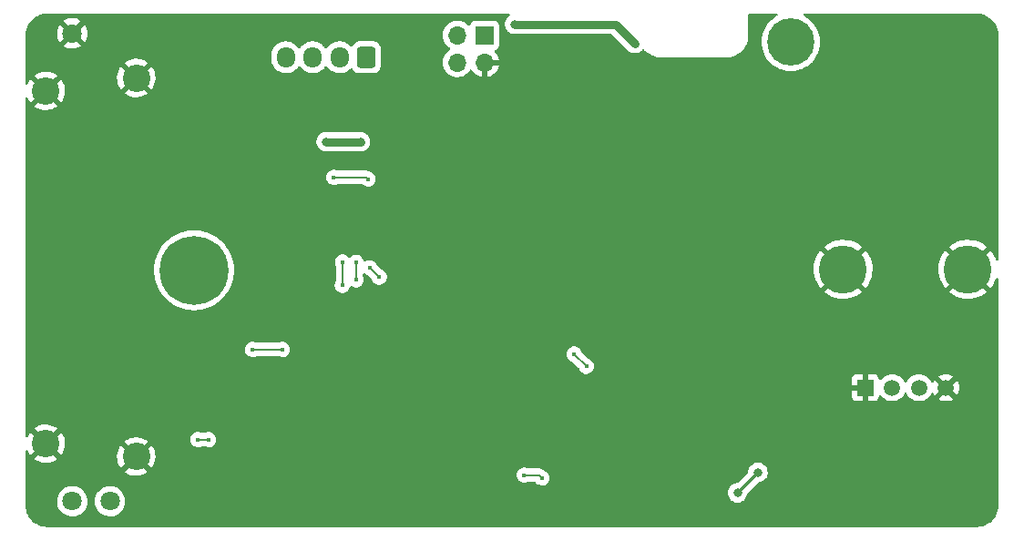
<source format=gbl>
G04 #@! TF.GenerationSoftware,KiCad,Pcbnew,(6.0.9)*
G04 #@! TF.CreationDate,2023-01-08T15:26:06-05:00*
G04 #@! TF.ProjectId,v1-USMX,76312d55-534d-4582-9e6b-696361645f70,rev?*
G04 #@! TF.SameCoordinates,Original*
G04 #@! TF.FileFunction,Copper,L2,Bot*
G04 #@! TF.FilePolarity,Positive*
%FSLAX46Y46*%
G04 Gerber Fmt 4.6, Leading zero omitted, Abs format (unit mm)*
G04 Created by KiCad (PCBNEW (6.0.9)) date 2023-01-08 15:26:06*
%MOMM*%
%LPD*%
G01*
G04 APERTURE LIST*
G04 Aperture macros list*
%AMRoundRect*
0 Rectangle with rounded corners*
0 $1 Rounding radius*
0 $2 $3 $4 $5 $6 $7 $8 $9 X,Y pos of 4 corners*
0 Add a 4 corners polygon primitive as box body*
4,1,4,$2,$3,$4,$5,$6,$7,$8,$9,$2,$3,0*
0 Add four circle primitives for the rounded corners*
1,1,$1+$1,$2,$3*
1,1,$1+$1,$4,$5*
1,1,$1+$1,$6,$7*
1,1,$1+$1,$8,$9*
0 Add four rect primitives between the rounded corners*
20,1,$1+$1,$2,$3,$4,$5,0*
20,1,$1+$1,$4,$5,$6,$7,0*
20,1,$1+$1,$6,$7,$8,$9,0*
20,1,$1+$1,$8,$9,$2,$3,0*%
G04 Aperture macros list end*
G04 #@! TA.AperFunction,ComponentPad*
%ADD10C,1.800000*%
G04 #@! TD*
G04 #@! TA.AperFunction,ComponentPad*
%ADD11C,2.550000*%
G04 #@! TD*
G04 #@! TA.AperFunction,ComponentPad*
%ADD12C,4.400000*%
G04 #@! TD*
G04 #@! TA.AperFunction,ComponentPad*
%ADD13R,1.500000X1.500000*%
G04 #@! TD*
G04 #@! TA.AperFunction,ComponentPad*
%ADD14C,1.500000*%
G04 #@! TD*
G04 #@! TA.AperFunction,ComponentPad*
%ADD15C,4.455000*%
G04 #@! TD*
G04 #@! TA.AperFunction,ComponentPad*
%ADD16R,1.700000X1.700000*%
G04 #@! TD*
G04 #@! TA.AperFunction,ComponentPad*
%ADD17O,1.700000X1.700000*%
G04 #@! TD*
G04 #@! TA.AperFunction,ComponentPad*
%ADD18RoundRect,0.250000X0.600000X0.725000X-0.600000X0.725000X-0.600000X-0.725000X0.600000X-0.725000X0*%
G04 #@! TD*
G04 #@! TA.AperFunction,ComponentPad*
%ADD19O,1.700000X1.950000*%
G04 #@! TD*
G04 #@! TA.AperFunction,ComponentPad*
%ADD20C,6.400000*%
G04 #@! TD*
G04 #@! TA.AperFunction,ViaPad*
%ADD21C,0.800000*%
G04 #@! TD*
G04 #@! TA.AperFunction,ViaPad*
%ADD22C,0.400000*%
G04 #@! TD*
G04 #@! TA.AperFunction,Conductor*
%ADD23C,0.800000*%
G04 #@! TD*
G04 #@! TA.AperFunction,Conductor*
%ADD24C,0.200000*%
G04 #@! TD*
G04 #@! TA.AperFunction,Conductor*
%ADD25C,0.300000*%
G04 #@! TD*
G04 APERTURE END LIST*
D10*
X103406000Y-126123000D03*
X106906000Y-126123000D03*
X103406000Y-82623000D03*
D11*
X100956000Y-120773000D03*
X100956000Y-87973000D03*
X109356000Y-121973000D03*
X109356000Y-86773000D03*
D12*
X170180000Y-83413600D03*
D13*
X177098000Y-115563000D03*
D14*
X179598000Y-115563000D03*
X182098000Y-115563000D03*
X184598000Y-115563000D03*
D15*
X175048000Y-104563000D03*
X186648000Y-104563000D03*
D16*
X141732000Y-82804000D03*
D17*
X141732000Y-85344000D03*
X139192000Y-82804000D03*
X139192000Y-85344000D03*
D18*
X130750000Y-84853000D03*
D19*
X128250000Y-84853000D03*
X125750000Y-84853000D03*
X123250000Y-84853000D03*
D20*
X114724720Y-104648000D03*
D21*
X144526000Y-81788000D03*
X127011000Y-92699000D03*
X155702000Y-83566000D03*
X130186000Y-92699000D03*
X150104000Y-92456000D03*
D22*
X131219800Y-117068600D03*
D21*
X142726000Y-127950000D03*
X119866000Y-125476000D03*
D22*
X131550000Y-100884000D03*
D21*
X143256000Y-112268000D03*
X114554000Y-83312000D03*
X119841000Y-97262000D03*
X147320000Y-92456000D03*
X119841000Y-94722000D03*
D22*
X132616800Y-117068600D03*
X122428000Y-103174800D03*
X122156000Y-100884000D03*
D21*
X140694000Y-125476000D03*
X152781000Y-98679000D03*
D22*
X124460000Y-100634800D03*
D21*
X162184000Y-100584000D03*
X164719000Y-87884000D03*
D22*
X133302600Y-117068600D03*
X130508600Y-118440200D03*
X131752200Y-103304200D03*
X131931000Y-118440200D03*
D21*
X133074000Y-94722000D03*
X136144000Y-97536000D03*
X152908000Y-92456000D03*
D22*
X131219800Y-119151400D03*
D21*
X133074000Y-97262000D03*
X164719000Y-88900000D03*
D22*
X132616800Y-116357400D03*
X132616800Y-118440200D03*
X131219800Y-118440200D03*
D21*
X152781000Y-100965000D03*
D22*
X119684800Y-101244400D03*
X133908800Y-100634800D03*
X129222700Y-101282700D03*
D21*
X115316000Y-124460000D03*
X148844000Y-86360000D03*
D22*
X131905600Y-117068600D03*
X133328000Y-118440200D03*
X132616800Y-117754400D03*
X131219800Y-116357400D03*
D21*
X145266000Y-127950000D03*
D22*
X130508600Y-117068600D03*
D21*
X179832000Y-83312000D03*
D22*
X131219800Y-117754400D03*
D21*
X154940000Y-84836000D03*
X152908000Y-109855000D03*
D22*
X132616800Y-119151400D03*
D21*
X152908000Y-107315000D03*
D22*
X120142000Y-112014000D03*
X147044000Y-123952000D03*
X145414918Y-123688418D03*
X122936000Y-112014000D03*
X131064000Y-104418002D03*
X131945505Y-105288808D03*
X127720500Y-96012000D03*
X130902750Y-96173250D03*
X128524000Y-103886000D03*
X128515000Y-106053008D03*
X129785000Y-103918502D03*
X129785000Y-105544508D03*
X116069500Y-120396000D03*
X115070500Y-120396000D03*
D21*
X165232470Y-125343530D03*
X167132000Y-123444000D03*
D22*
X150058906Y-112450094D03*
X151187132Y-113583903D03*
D23*
X153924000Y-81788000D02*
X155702000Y-83566000D01*
X130186000Y-92699000D02*
X127011000Y-92699000D01*
X144526000Y-81788000D02*
X153924000Y-81788000D01*
D24*
X122936000Y-112014000D02*
X120142000Y-112014000D01*
X146780418Y-123688418D02*
X147044000Y-123952000D01*
X145414918Y-123688418D02*
X146780418Y-123688418D01*
X131064000Y-104418002D02*
X131074699Y-104418002D01*
X131074699Y-104418002D02*
X131945505Y-105288808D01*
X130741500Y-96012000D02*
X130902750Y-96173250D01*
X127720500Y-96012000D02*
X130741500Y-96012000D01*
X128524000Y-103886000D02*
X128524000Y-105624004D01*
X128524000Y-105624004D02*
X128515000Y-105633004D01*
X128515000Y-105633004D02*
X128515000Y-106053008D01*
X129785000Y-103918502D02*
X129785000Y-105544508D01*
X115070500Y-120396000D02*
X116069500Y-120396000D01*
D25*
X167132000Y-123444000D02*
X165232470Y-125343530D01*
D24*
X151187132Y-113583903D02*
X150058906Y-112455677D01*
X150058906Y-112455677D02*
X150058906Y-112450094D01*
G04 #@! TA.AperFunction,Conductor*
G36*
X144058415Y-80792502D02*
G01*
X144104908Y-80846158D01*
X144115012Y-80916432D01*
X144085518Y-80981012D01*
X144064357Y-81000435D01*
X144035852Y-81021146D01*
X144024798Y-81028325D01*
X143989056Y-81048960D01*
X143984147Y-81053380D01*
X143984143Y-81053383D01*
X143958386Y-81076575D01*
X143948143Y-81084871D01*
X143914747Y-81109134D01*
X143910333Y-81114036D01*
X143910331Y-81114038D01*
X143887129Y-81139806D01*
X143877806Y-81149129D01*
X143852038Y-81172331D01*
X143847134Y-81176747D01*
X143822871Y-81210143D01*
X143814575Y-81220386D01*
X143791383Y-81246143D01*
X143791380Y-81246147D01*
X143786960Y-81251056D01*
X143766325Y-81286798D01*
X143759146Y-81297851D01*
X143738764Y-81325904D01*
X143738761Y-81325909D01*
X143734882Y-81331248D01*
X143732199Y-81337275D01*
X143732198Y-81337276D01*
X143718092Y-81368959D01*
X143712105Y-81380708D01*
X143691473Y-81416444D01*
X143689432Y-81422727D01*
X143689431Y-81422728D01*
X143678719Y-81455696D01*
X143673999Y-81467994D01*
X143657206Y-81505712D01*
X143655834Y-81512165D01*
X143655833Y-81512169D01*
X143648625Y-81546080D01*
X143645212Y-81558817D01*
X143634498Y-81591791D01*
X143634497Y-81591798D01*
X143632458Y-81598072D01*
X143631768Y-81604633D01*
X143631768Y-81604635D01*
X143628144Y-81639122D01*
X143626082Y-81652136D01*
X143617500Y-81692513D01*
X143617500Y-81733784D01*
X143616810Y-81746955D01*
X143612496Y-81788000D01*
X143613186Y-81794565D01*
X143616810Y-81829045D01*
X143617500Y-81842216D01*
X143617500Y-81883487D01*
X143626082Y-81923864D01*
X143628143Y-81936872D01*
X143632458Y-81977928D01*
X143634497Y-81984202D01*
X143634498Y-81984209D01*
X143645212Y-82017183D01*
X143648625Y-82029920D01*
X143657206Y-82070288D01*
X143673999Y-82108006D01*
X143678718Y-82120302D01*
X143691473Y-82159556D01*
X143694776Y-82165277D01*
X143712104Y-82195290D01*
X143718091Y-82207039D01*
X143734882Y-82244752D01*
X143738761Y-82250091D01*
X143738764Y-82250096D01*
X143759146Y-82278149D01*
X143766325Y-82289202D01*
X143786960Y-82324944D01*
X143791380Y-82329853D01*
X143791383Y-82329857D01*
X143814575Y-82355614D01*
X143822871Y-82365857D01*
X143847134Y-82399253D01*
X143852036Y-82403667D01*
X143852038Y-82403669D01*
X143877806Y-82426871D01*
X143887129Y-82436194D01*
X143903579Y-82454463D01*
X143914747Y-82466866D01*
X143948143Y-82491129D01*
X143958386Y-82499425D01*
X143984143Y-82522617D01*
X143984147Y-82522620D01*
X143989056Y-82527040D01*
X144024798Y-82547675D01*
X144035851Y-82554854D01*
X144063904Y-82575236D01*
X144063909Y-82575239D01*
X144069248Y-82579118D01*
X144075275Y-82581801D01*
X144075276Y-82581802D01*
X144106959Y-82595908D01*
X144118708Y-82601895D01*
X144154444Y-82622527D01*
X144160727Y-82624568D01*
X144160728Y-82624569D01*
X144193696Y-82635281D01*
X144205994Y-82640001D01*
X144243712Y-82656794D01*
X144250165Y-82658166D01*
X144250169Y-82658167D01*
X144284080Y-82665375D01*
X144296817Y-82668788D01*
X144329791Y-82679502D01*
X144329798Y-82679503D01*
X144336072Y-82681542D01*
X144342633Y-82682232D01*
X144342635Y-82682232D01*
X144356690Y-82683709D01*
X144377128Y-82685857D01*
X144390136Y-82687918D01*
X144430513Y-82696500D01*
X153495497Y-82696500D01*
X153563618Y-82716502D01*
X153584592Y-82733405D01*
X155040443Y-84189256D01*
X155044984Y-84194041D01*
X155090747Y-84244866D01*
X155096089Y-84248747D01*
X155096091Y-84248749D01*
X155146076Y-84285065D01*
X155151309Y-84289081D01*
X155199331Y-84327969D01*
X155199340Y-84327975D01*
X155204470Y-84332129D01*
X155210357Y-84335129D01*
X155210358Y-84335129D01*
X155217009Y-84338518D01*
X155233865Y-84348848D01*
X155245248Y-84357118D01*
X155307770Y-84384955D01*
X155313652Y-84387760D01*
X155374630Y-84418830D01*
X155388227Y-84422473D01*
X155406860Y-84429072D01*
X155410914Y-84430877D01*
X155419712Y-84434794D01*
X155426170Y-84436167D01*
X155426171Y-84436167D01*
X155486613Y-84449014D01*
X155493027Y-84450554D01*
X155552722Y-84466549D01*
X155552724Y-84466549D01*
X155559097Y-84468257D01*
X155573143Y-84468993D01*
X155592747Y-84471574D01*
X155606513Y-84474500D01*
X155674926Y-84474500D01*
X155681520Y-84474673D01*
X155743218Y-84477907D01*
X155743223Y-84477907D01*
X155749810Y-84478252D01*
X155756326Y-84477220D01*
X155756327Y-84477220D01*
X155763707Y-84476051D01*
X155783417Y-84474500D01*
X155797487Y-84474500D01*
X155864400Y-84460277D01*
X155870854Y-84459081D01*
X155931913Y-84449411D01*
X155931917Y-84449410D01*
X155938433Y-84448378D01*
X155951574Y-84443334D01*
X155970523Y-84437720D01*
X155984288Y-84434794D01*
X156046772Y-84406974D01*
X156052863Y-84404452D01*
X156110555Y-84382306D01*
X156110557Y-84382305D01*
X156116723Y-84379938D01*
X156128531Y-84372270D01*
X156145894Y-84362843D01*
X156158752Y-84357118D01*
X156214087Y-84316915D01*
X156219522Y-84313180D01*
X156271347Y-84279524D01*
X156271349Y-84279523D01*
X156276887Y-84275926D01*
X156286832Y-84265981D01*
X156301865Y-84253140D01*
X156307913Y-84248746D01*
X156307914Y-84248745D01*
X156313253Y-84244866D01*
X156359016Y-84194041D01*
X156363557Y-84189256D01*
X156408503Y-84144310D01*
X156470815Y-84110284D01*
X156541630Y-84115349D01*
X156592328Y-84150326D01*
X156674722Y-84244278D01*
X156875038Y-84419950D01*
X157096570Y-84567973D01*
X157335527Y-84685814D01*
X157376846Y-84699840D01*
X157583912Y-84770130D01*
X157583916Y-84770131D01*
X157587822Y-84771457D01*
X157591866Y-84772261D01*
X157591872Y-84772263D01*
X157845093Y-84822631D01*
X157845096Y-84822631D01*
X157849136Y-84823435D01*
X157853247Y-84823704D01*
X157853251Y-84823705D01*
X157955490Y-84830406D01*
X158081110Y-84838640D01*
X158093767Y-84840116D01*
X158102448Y-84841576D01*
X158108724Y-84841653D01*
X158110140Y-84841670D01*
X158110143Y-84841670D01*
X158115000Y-84841729D01*
X158142624Y-84837773D01*
X158160486Y-84836500D01*
X164157750Y-84836500D01*
X164178655Y-84838246D01*
X164193656Y-84840770D01*
X164193659Y-84840770D01*
X164198448Y-84841576D01*
X164204398Y-84841649D01*
X164206130Y-84841670D01*
X164206135Y-84841670D01*
X164211000Y-84841729D01*
X164215817Y-84841039D01*
X164215832Y-84841038D01*
X164217394Y-84840814D01*
X164227016Y-84839811D01*
X164472749Y-84823705D01*
X164472753Y-84823704D01*
X164476864Y-84823435D01*
X164480904Y-84822631D01*
X164480907Y-84822631D01*
X164734128Y-84772263D01*
X164734134Y-84772261D01*
X164738178Y-84771457D01*
X164742084Y-84770131D01*
X164742088Y-84770130D01*
X164986573Y-84687138D01*
X164986575Y-84687137D01*
X164990473Y-84685814D01*
X164994168Y-84683992D01*
X165225727Y-84569800D01*
X165225732Y-84569797D01*
X165229431Y-84567973D01*
X165450962Y-84419950D01*
X165651278Y-84244278D01*
X165826950Y-84043962D01*
X165974973Y-83822431D01*
X165977283Y-83817748D01*
X166090992Y-83587168D01*
X166090993Y-83587166D01*
X166092814Y-83583473D01*
X166096562Y-83572432D01*
X166177130Y-83335088D01*
X166177131Y-83335084D01*
X166178457Y-83331178D01*
X166182322Y-83311750D01*
X166229631Y-83073907D01*
X166229631Y-83073904D01*
X166230435Y-83069864D01*
X166230872Y-83063205D01*
X166245639Y-82837897D01*
X166247116Y-82825229D01*
X166247769Y-82821346D01*
X166248576Y-82816552D01*
X166248729Y-82804000D01*
X166244773Y-82776376D01*
X166243500Y-82758514D01*
X166243500Y-80898500D01*
X166263502Y-80830379D01*
X166317158Y-80783886D01*
X166369500Y-80772500D01*
X168863651Y-80772500D01*
X168931772Y-80792502D01*
X168978265Y-80846158D01*
X168988369Y-80916432D01*
X168958875Y-80981012D01*
X168928074Y-81006785D01*
X168658074Y-81167417D01*
X168658068Y-81167421D01*
X168654814Y-81169357D01*
X168651812Y-81171673D01*
X168405026Y-81362068D01*
X168396244Y-81368843D01*
X168163513Y-81597947D01*
X168161149Y-81600914D01*
X168161146Y-81600917D01*
X167978777Y-81829776D01*
X167959991Y-81853351D01*
X167788626Y-82131357D01*
X167787037Y-82134804D01*
X167718494Y-82283487D01*
X167651902Y-82427936D01*
X167650741Y-82431540D01*
X167650741Y-82431541D01*
X167642196Y-82458077D01*
X167551797Y-82738792D01*
X167551079Y-82742503D01*
X167551078Y-82742507D01*
X167490482Y-83055705D01*
X167490481Y-83055714D01*
X167489763Y-83059424D01*
X167489496Y-83063200D01*
X167489495Y-83063205D01*
X167466966Y-83381396D01*
X167466698Y-83385185D01*
X167468582Y-83423020D01*
X167482554Y-83703682D01*
X167482936Y-83711359D01*
X167483577Y-83715090D01*
X167483578Y-83715098D01*
X167537014Y-84026076D01*
X167538241Y-84033219D01*
X167539329Y-84036858D01*
X167539330Y-84036861D01*
X167628532Y-84335129D01*
X167631814Y-84346104D01*
X167633327Y-84349575D01*
X167633329Y-84349581D01*
X167722868Y-84555016D01*
X167762297Y-84645481D01*
X167764220Y-84648752D01*
X167764222Y-84648756D01*
X167806584Y-84720815D01*
X167927802Y-84927014D01*
X167930103Y-84930029D01*
X168123631Y-85183612D01*
X168123636Y-85183617D01*
X168125931Y-85186625D01*
X168187931Y-85250270D01*
X168241795Y-85305562D01*
X168353814Y-85420553D01*
X168426635Y-85479207D01*
X168605196Y-85623031D01*
X168605201Y-85623035D01*
X168608149Y-85625409D01*
X168885253Y-85798227D01*
X169181112Y-85936503D01*
X169268478Y-85965143D01*
X169397992Y-86007600D01*
X169491440Y-86038234D01*
X169811742Y-86101946D01*
X169815514Y-86102233D01*
X169815522Y-86102234D01*
X170133602Y-86126429D01*
X170133607Y-86126429D01*
X170137379Y-86126716D01*
X170463633Y-86112186D01*
X170523425Y-86102234D01*
X170782037Y-86059190D01*
X170782042Y-86059189D01*
X170785778Y-86058567D01*
X171099149Y-85966634D01*
X171102616Y-85965144D01*
X171102620Y-85965143D01*
X171395721Y-85839216D01*
X171395723Y-85839215D01*
X171399205Y-85837719D01*
X171681601Y-85673691D01*
X171942245Y-85476924D01*
X172090915Y-85333606D01*
X172174632Y-85252903D01*
X172174635Y-85252900D01*
X172177363Y-85250270D01*
X172298574Y-85101386D01*
X172381155Y-84999951D01*
X172381158Y-84999947D01*
X172383549Y-84997010D01*
X172441791Y-84904702D01*
X172555788Y-84724028D01*
X172555790Y-84724025D01*
X172557815Y-84720815D01*
X172575261Y-84683992D01*
X172666825Y-84490722D01*
X172697638Y-84425684D01*
X172700925Y-84415831D01*
X172799790Y-84119497D01*
X172799792Y-84119491D01*
X172800992Y-84115893D01*
X172866381Y-83795929D01*
X172866745Y-83791461D01*
X172892674Y-83472661D01*
X172892856Y-83470426D01*
X172893342Y-83424052D01*
X172893428Y-83415821D01*
X172893428Y-83415814D01*
X172893451Y-83413600D01*
X172893161Y-83408781D01*
X172874026Y-83091393D01*
X172874026Y-83091389D01*
X172873798Y-83087615D01*
X172871295Y-83073907D01*
X172815805Y-82770073D01*
X172815804Y-82770069D01*
X172815125Y-82766351D01*
X172813848Y-82762236D01*
X172749098Y-82553707D01*
X172718282Y-82454463D01*
X172584670Y-82156469D01*
X172416226Y-81876684D01*
X172413899Y-81873700D01*
X172413894Y-81873693D01*
X172217726Y-81622158D01*
X172217724Y-81622156D01*
X172215390Y-81619163D01*
X171985070Y-81387634D01*
X171728603Y-81185452D01*
X171449705Y-81015545D01*
X171446257Y-81013977D01*
X171446247Y-81013972D01*
X171444547Y-81013199D01*
X171444167Y-81012871D01*
X171442900Y-81012200D01*
X171443054Y-81011909D01*
X171390815Y-80966794D01*
X171370701Y-80898707D01*
X171390591Y-80830553D01*
X171444171Y-80783972D01*
X171496701Y-80772500D01*
X187402633Y-80772500D01*
X187422018Y-80774000D01*
X187436851Y-80776310D01*
X187436855Y-80776310D01*
X187445724Y-80777691D01*
X187454626Y-80776527D01*
X187454629Y-80776527D01*
X187462012Y-80775561D01*
X187486591Y-80774767D01*
X187513427Y-80776526D01*
X187708922Y-80789340D01*
X187725262Y-80791491D01*
X187847478Y-80815801D01*
X187969696Y-80840112D01*
X187985606Y-80844375D01*
X188221597Y-80924483D01*
X188221600Y-80924484D01*
X188236826Y-80930791D01*
X188460342Y-81041016D01*
X188474616Y-81049257D01*
X188681829Y-81187713D01*
X188694905Y-81197746D01*
X188882278Y-81362068D01*
X188893932Y-81373722D01*
X189058254Y-81561095D01*
X189068287Y-81574171D01*
X189206743Y-81781384D01*
X189214984Y-81795658D01*
X189325209Y-82019174D01*
X189331515Y-82034398D01*
X189411623Y-82270387D01*
X189415888Y-82286304D01*
X189425237Y-82333305D01*
X189464509Y-82530738D01*
X189466660Y-82547078D01*
X189480763Y-82762236D01*
X189479733Y-82785350D01*
X189479690Y-82788854D01*
X189478309Y-82797724D01*
X189479473Y-82806626D01*
X189479473Y-82806628D01*
X189482436Y-82829283D01*
X189483500Y-82845621D01*
X189483500Y-103639329D01*
X189463498Y-103707450D01*
X189409842Y-103753943D01*
X189339568Y-103764047D01*
X189274988Y-103734553D01*
X189237167Y-103676693D01*
X189212706Y-103597917D01*
X189210034Y-103590844D01*
X189078196Y-103296806D01*
X189074679Y-103290079D01*
X188908476Y-103014017D01*
X188904186Y-103007773D01*
X188765584Y-102830053D01*
X188753792Y-102821584D01*
X188742079Y-102828131D01*
X187020022Y-104550188D01*
X187012408Y-104564132D01*
X187012539Y-104565965D01*
X187016790Y-104572580D01*
X188740832Y-106296622D01*
X188753955Y-106303788D01*
X188764257Y-106296398D01*
X188871124Y-106165132D01*
X188875537Y-106158991D01*
X189047495Y-105886453D01*
X189051142Y-105879818D01*
X189189110Y-105588603D01*
X189191935Y-105581576D01*
X189237976Y-105443575D01*
X189278509Y-105385286D01*
X189344121Y-105358163D01*
X189413980Y-105370819D01*
X189465908Y-105419235D01*
X189483500Y-105483451D01*
X189483500Y-126442633D01*
X189482000Y-126462018D01*
X189479690Y-126476851D01*
X189479690Y-126476855D01*
X189478309Y-126485724D01*
X189479473Y-126494626D01*
X189479473Y-126494629D01*
X189480439Y-126502012D01*
X189481233Y-126526591D01*
X189466660Y-126748922D01*
X189464509Y-126765262D01*
X189427103Y-126953318D01*
X189415889Y-127009693D01*
X189411625Y-127025606D01*
X189352817Y-127198850D01*
X189331516Y-127261600D01*
X189325209Y-127276826D01*
X189214984Y-127500342D01*
X189206743Y-127514616D01*
X189068287Y-127721829D01*
X189058254Y-127734905D01*
X188893932Y-127922278D01*
X188882278Y-127933932D01*
X188694905Y-128098254D01*
X188681829Y-128108287D01*
X188474616Y-128246743D01*
X188460342Y-128254984D01*
X188236826Y-128365209D01*
X188221602Y-128371515D01*
X187985606Y-128451625D01*
X187969696Y-128455888D01*
X187847478Y-128480199D01*
X187725262Y-128504509D01*
X187708922Y-128506660D01*
X187560134Y-128516413D01*
X187493763Y-128520763D01*
X187470650Y-128519733D01*
X187467146Y-128519690D01*
X187458276Y-128518309D01*
X187449374Y-128519473D01*
X187449371Y-128519473D01*
X187426723Y-128522435D01*
X187410386Y-128523499D01*
X148011974Y-128523499D01*
X101141366Y-128523500D01*
X101121981Y-128522000D01*
X101107148Y-128519690D01*
X101107144Y-128519690D01*
X101098275Y-128518309D01*
X101089373Y-128519473D01*
X101089370Y-128519473D01*
X101081987Y-128520439D01*
X101057408Y-128521233D01*
X101012798Y-128518309D01*
X100835077Y-128506660D01*
X100818737Y-128504509D01*
X100696521Y-128480199D01*
X100574303Y-128455888D01*
X100558393Y-128451625D01*
X100322401Y-128371516D01*
X100307175Y-128365210D01*
X100083654Y-128254981D01*
X100069381Y-128246740D01*
X99862170Y-128108287D01*
X99849094Y-128098254D01*
X99661721Y-127933932D01*
X99650067Y-127922278D01*
X99485745Y-127734905D01*
X99475712Y-127721829D01*
X99350353Y-127534216D01*
X99337255Y-127514613D01*
X99329016Y-127500343D01*
X99318178Y-127478364D01*
X99218791Y-127276826D01*
X99212484Y-127261600D01*
X99191183Y-127198850D01*
X99132375Y-127025606D01*
X99128111Y-127009693D01*
X99116898Y-126953318D01*
X99079491Y-126765262D01*
X99077340Y-126748922D01*
X99063237Y-126533764D01*
X99064267Y-126510650D01*
X99064310Y-126507146D01*
X99065691Y-126498276D01*
X99061564Y-126466714D01*
X99060500Y-126450379D01*
X99060500Y-126088469D01*
X101993095Y-126088469D01*
X101993392Y-126093622D01*
X101993392Y-126093625D01*
X101999067Y-126192041D01*
X102006427Y-126319697D01*
X102007564Y-126324743D01*
X102007565Y-126324749D01*
X102036330Y-126452386D01*
X102057346Y-126545642D01*
X102059288Y-126550424D01*
X102059289Y-126550428D01*
X102139889Y-126748922D01*
X102144484Y-126760237D01*
X102265501Y-126957719D01*
X102417147Y-127132784D01*
X102595349Y-127280730D01*
X102795322Y-127397584D01*
X103011694Y-127480209D01*
X103016760Y-127481240D01*
X103016761Y-127481240D01*
X103069846Y-127492040D01*
X103238656Y-127526385D01*
X103369324Y-127531176D01*
X103464949Y-127534683D01*
X103464953Y-127534683D01*
X103470113Y-127534872D01*
X103475233Y-127534216D01*
X103475235Y-127534216D01*
X103548270Y-127524860D01*
X103699847Y-127505442D01*
X103704795Y-127503957D01*
X103704802Y-127503956D01*
X103916747Y-127440369D01*
X103921690Y-127438886D01*
X104002236Y-127399427D01*
X104125049Y-127339262D01*
X104125052Y-127339260D01*
X104129684Y-127336991D01*
X104318243Y-127202494D01*
X104482303Y-127039005D01*
X104491926Y-127025614D01*
X104543875Y-126953318D01*
X104617458Y-126850917D01*
X104663794Y-126757164D01*
X104717784Y-126647922D01*
X104717785Y-126647920D01*
X104720078Y-126643280D01*
X104787408Y-126421671D01*
X104817640Y-126192041D01*
X104818977Y-126137333D01*
X104819245Y-126126365D01*
X104819245Y-126126361D01*
X104819327Y-126123000D01*
X104816488Y-126088469D01*
X105493095Y-126088469D01*
X105493392Y-126093622D01*
X105493392Y-126093625D01*
X105499067Y-126192041D01*
X105506427Y-126319697D01*
X105507564Y-126324743D01*
X105507565Y-126324749D01*
X105536330Y-126452386D01*
X105557346Y-126545642D01*
X105559288Y-126550424D01*
X105559289Y-126550428D01*
X105639889Y-126748922D01*
X105644484Y-126760237D01*
X105765501Y-126957719D01*
X105917147Y-127132784D01*
X106095349Y-127280730D01*
X106295322Y-127397584D01*
X106511694Y-127480209D01*
X106516760Y-127481240D01*
X106516761Y-127481240D01*
X106569846Y-127492040D01*
X106738656Y-127526385D01*
X106869324Y-127531176D01*
X106964949Y-127534683D01*
X106964953Y-127534683D01*
X106970113Y-127534872D01*
X106975233Y-127534216D01*
X106975235Y-127534216D01*
X107048270Y-127524860D01*
X107199847Y-127505442D01*
X107204795Y-127503957D01*
X107204802Y-127503956D01*
X107416747Y-127440369D01*
X107421690Y-127438886D01*
X107502236Y-127399427D01*
X107625049Y-127339262D01*
X107625052Y-127339260D01*
X107629684Y-127336991D01*
X107818243Y-127202494D01*
X107982303Y-127039005D01*
X107991926Y-127025614D01*
X108043875Y-126953318D01*
X108117458Y-126850917D01*
X108163794Y-126757164D01*
X108217784Y-126647922D01*
X108217785Y-126647920D01*
X108220078Y-126643280D01*
X108287408Y-126421671D01*
X108317640Y-126192041D01*
X108318977Y-126137333D01*
X108319245Y-126126365D01*
X108319245Y-126126361D01*
X108319327Y-126123000D01*
X108310652Y-126017485D01*
X108300773Y-125897318D01*
X108300772Y-125897312D01*
X108300349Y-125892167D01*
X108257307Y-125720809D01*
X108245184Y-125672544D01*
X108245183Y-125672540D01*
X108243925Y-125667533D01*
X108241866Y-125662797D01*
X108153630Y-125459868D01*
X108153628Y-125459865D01*
X108151570Y-125455131D01*
X108079372Y-125343530D01*
X164318966Y-125343530D01*
X164319656Y-125350095D01*
X164330696Y-125455131D01*
X164338928Y-125533458D01*
X164397943Y-125715086D01*
X164493430Y-125880474D01*
X164621217Y-126022396D01*
X164705093Y-126083336D01*
X164755070Y-126119646D01*
X164775718Y-126134648D01*
X164781746Y-126137332D01*
X164781748Y-126137333D01*
X164944151Y-126209639D01*
X164950182Y-126212324D01*
X165043583Y-126232177D01*
X165130526Y-126250658D01*
X165130531Y-126250658D01*
X165136983Y-126252030D01*
X165327957Y-126252030D01*
X165334409Y-126250658D01*
X165334414Y-126250658D01*
X165421357Y-126232177D01*
X165514758Y-126212324D01*
X165520789Y-126209639D01*
X165683192Y-126137333D01*
X165683194Y-126137332D01*
X165689222Y-126134648D01*
X165709871Y-126119646D01*
X165759847Y-126083336D01*
X165843723Y-126022396D01*
X165971510Y-125880474D01*
X166066997Y-125715086D01*
X166126012Y-125533458D01*
X166139225Y-125407743D01*
X166166238Y-125342088D01*
X166175440Y-125331820D01*
X167117855Y-124389405D01*
X167180167Y-124355379D01*
X167206950Y-124352500D01*
X167227487Y-124352500D01*
X167233939Y-124351128D01*
X167233944Y-124351128D01*
X167320887Y-124332647D01*
X167414288Y-124312794D01*
X167420319Y-124310109D01*
X167582722Y-124237803D01*
X167582724Y-124237802D01*
X167588752Y-124235118D01*
X167743253Y-124122866D01*
X167842687Y-124012433D01*
X167866621Y-123985852D01*
X167866622Y-123985851D01*
X167871040Y-123980944D01*
X167941718Y-123858526D01*
X167963223Y-123821279D01*
X167963224Y-123821278D01*
X167966527Y-123815556D01*
X168025542Y-123633928D01*
X168027523Y-123615086D01*
X168044814Y-123450565D01*
X168045504Y-123444000D01*
X168025542Y-123254072D01*
X167966527Y-123072444D01*
X167871040Y-122907056D01*
X167743253Y-122765134D01*
X167588752Y-122652882D01*
X167582724Y-122650198D01*
X167582722Y-122650197D01*
X167420319Y-122577891D01*
X167420318Y-122577891D01*
X167414288Y-122575206D01*
X167294241Y-122549689D01*
X167233944Y-122536872D01*
X167233939Y-122536872D01*
X167227487Y-122535500D01*
X167036513Y-122535500D01*
X167030061Y-122536872D01*
X167030056Y-122536872D01*
X166969759Y-122549689D01*
X166849712Y-122575206D01*
X166843682Y-122577891D01*
X166843681Y-122577891D01*
X166681278Y-122650197D01*
X166681276Y-122650198D01*
X166675248Y-122652882D01*
X166520747Y-122765134D01*
X166392960Y-122907056D01*
X166297473Y-123072444D01*
X166295431Y-123078729D01*
X166252500Y-123210857D01*
X166238458Y-123254072D01*
X166227074Y-123362388D01*
X166225245Y-123379786D01*
X166198232Y-123445442D01*
X166189030Y-123455710D01*
X165246615Y-124398125D01*
X165184303Y-124432151D01*
X165157520Y-124435030D01*
X165136983Y-124435030D01*
X165130531Y-124436402D01*
X165130526Y-124436402D01*
X165043582Y-124454883D01*
X164950182Y-124474736D01*
X164944152Y-124477421D01*
X164944151Y-124477421D01*
X164781748Y-124549727D01*
X164781746Y-124549728D01*
X164775718Y-124552412D01*
X164621217Y-124664664D01*
X164493430Y-124806586D01*
X164397943Y-124971974D01*
X164338928Y-125153602D01*
X164338238Y-125160163D01*
X164338238Y-125160165D01*
X164327675Y-125260665D01*
X164318966Y-125343530D01*
X108079372Y-125343530D01*
X108025764Y-125260665D01*
X107869887Y-125089358D01*
X107865836Y-125086159D01*
X107865832Y-125086155D01*
X107692177Y-124949011D01*
X107692172Y-124949008D01*
X107688123Y-124945810D01*
X107683607Y-124943317D01*
X107683604Y-124943315D01*
X107489879Y-124836373D01*
X107489875Y-124836371D01*
X107485355Y-124833876D01*
X107480486Y-124832152D01*
X107480482Y-124832150D01*
X107271903Y-124758288D01*
X107271899Y-124758287D01*
X107267028Y-124756562D01*
X107261935Y-124755655D01*
X107261932Y-124755654D01*
X107044095Y-124716851D01*
X107044089Y-124716850D01*
X107039006Y-124715945D01*
X106966096Y-124715054D01*
X106812581Y-124713179D01*
X106812579Y-124713179D01*
X106807411Y-124713116D01*
X106578464Y-124748150D01*
X106358314Y-124820106D01*
X106353726Y-124822494D01*
X106353722Y-124822496D01*
X106327065Y-124836373D01*
X106152872Y-124927052D01*
X106148739Y-124930155D01*
X106148736Y-124930157D01*
X105971790Y-125063012D01*
X105967655Y-125066117D01*
X105807639Y-125233564D01*
X105804725Y-125237836D01*
X105804724Y-125237837D01*
X105789152Y-125260665D01*
X105677119Y-125424899D01*
X105579602Y-125634981D01*
X105517707Y-125858169D01*
X105493095Y-126088469D01*
X104816488Y-126088469D01*
X104810652Y-126017485D01*
X104800773Y-125897318D01*
X104800772Y-125897312D01*
X104800349Y-125892167D01*
X104757307Y-125720809D01*
X104745184Y-125672544D01*
X104745183Y-125672540D01*
X104743925Y-125667533D01*
X104741866Y-125662797D01*
X104653630Y-125459868D01*
X104653628Y-125459865D01*
X104651570Y-125455131D01*
X104525764Y-125260665D01*
X104369887Y-125089358D01*
X104365836Y-125086159D01*
X104365832Y-125086155D01*
X104192177Y-124949011D01*
X104192172Y-124949008D01*
X104188123Y-124945810D01*
X104183607Y-124943317D01*
X104183604Y-124943315D01*
X103989879Y-124836373D01*
X103989875Y-124836371D01*
X103985355Y-124833876D01*
X103980486Y-124832152D01*
X103980482Y-124832150D01*
X103771903Y-124758288D01*
X103771899Y-124758287D01*
X103767028Y-124756562D01*
X103761935Y-124755655D01*
X103761932Y-124755654D01*
X103544095Y-124716851D01*
X103544089Y-124716850D01*
X103539006Y-124715945D01*
X103466096Y-124715054D01*
X103312581Y-124713179D01*
X103312579Y-124713179D01*
X103307411Y-124713116D01*
X103078464Y-124748150D01*
X102858314Y-124820106D01*
X102853726Y-124822494D01*
X102853722Y-124822496D01*
X102827065Y-124836373D01*
X102652872Y-124927052D01*
X102648739Y-124930155D01*
X102648736Y-124930157D01*
X102471790Y-125063012D01*
X102467655Y-125066117D01*
X102307639Y-125233564D01*
X102304725Y-125237836D01*
X102304724Y-125237837D01*
X102289152Y-125260665D01*
X102177119Y-125424899D01*
X102079602Y-125634981D01*
X102017707Y-125858169D01*
X101993095Y-126088469D01*
X99060500Y-126088469D01*
X99060500Y-123400020D01*
X108293725Y-123400020D01*
X108302438Y-123411540D01*
X108404737Y-123486548D01*
X108412636Y-123491484D01*
X108638902Y-123610528D01*
X108647451Y-123614245D01*
X108888816Y-123698533D01*
X108897825Y-123700947D01*
X109149004Y-123748635D01*
X109158261Y-123749689D01*
X109413732Y-123759728D01*
X109423046Y-123759402D01*
X109677184Y-123731570D01*
X109686361Y-123729869D01*
X109872190Y-123680944D01*
X144701253Y-123680944D01*
X144706842Y-123731570D01*
X144716115Y-123815556D01*
X144720071Y-123851393D01*
X144779003Y-124012433D01*
X144874648Y-124154767D01*
X144880264Y-124159877D01*
X144962953Y-124235118D01*
X145001483Y-124270178D01*
X145152186Y-124352003D01*
X145318057Y-124395519D01*
X145405504Y-124396892D01*
X145481921Y-124398093D01*
X145481924Y-124398093D01*
X145489520Y-124398212D01*
X145496924Y-124396516D01*
X145496926Y-124396516D01*
X145559764Y-124382124D01*
X145656677Y-124359928D01*
X145755247Y-124310353D01*
X145811860Y-124296918D01*
X146354995Y-124296918D01*
X146423116Y-124316920D01*
X146459575Y-124352640D01*
X146503730Y-124418349D01*
X146630565Y-124533760D01*
X146781268Y-124615585D01*
X146947139Y-124659101D01*
X147034586Y-124660474D01*
X147111003Y-124661675D01*
X147111006Y-124661675D01*
X147118602Y-124661794D01*
X147126006Y-124660098D01*
X147126008Y-124660098D01*
X147188846Y-124645706D01*
X147285759Y-124623510D01*
X147438958Y-124546459D01*
X147444729Y-124541530D01*
X147444732Y-124541528D01*
X147563578Y-124440023D01*
X147569355Y-124435089D01*
X147658988Y-124310353D01*
X147664992Y-124301998D01*
X147664993Y-124301997D01*
X147669424Y-124295830D01*
X147733385Y-124136720D01*
X147750176Y-124018742D01*
X147756966Y-123971031D01*
X147756966Y-123971027D01*
X147757547Y-123966947D01*
X147757704Y-123952000D01*
X147745529Y-123851393D01*
X147738015Y-123789299D01*
X147738014Y-123789296D01*
X147737102Y-123781758D01*
X147728655Y-123759402D01*
X147679171Y-123628447D01*
X147676487Y-123621344D01*
X147631930Y-123556513D01*
X147583659Y-123486278D01*
X147583658Y-123486276D01*
X147579357Y-123480019D01*
X147573686Y-123474966D01*
X147456993Y-123370996D01*
X147456990Y-123370994D01*
X147451321Y-123365943D01*
X147299769Y-123285700D01*
X147292407Y-123283851D01*
X147292405Y-123283850D01*
X147258748Y-123275396D01*
X147212744Y-123253156D01*
X147182493Y-123229944D01*
X147182490Y-123229941D01*
X147182483Y-123229935D01*
X147182478Y-123229931D01*
X147093847Y-123161922D01*
X147093845Y-123161921D01*
X147087294Y-123156894D01*
X146939269Y-123095580D01*
X146931082Y-123094502D01*
X146931081Y-123094502D01*
X146919876Y-123093027D01*
X146888680Y-123088920D01*
X146820303Y-123079918D01*
X146820300Y-123079918D01*
X146820292Y-123079917D01*
X146788607Y-123075746D01*
X146780418Y-123074668D01*
X146748725Y-123078840D01*
X146732282Y-123079918D01*
X145811150Y-123079918D01*
X145752194Y-123065274D01*
X145670687Y-123022118D01*
X145653114Y-123017704D01*
X145511740Y-122982193D01*
X145511736Y-122982193D01*
X145504369Y-122980342D01*
X145496770Y-122980302D01*
X145496768Y-122980302D01*
X145425312Y-122979928D01*
X145332887Y-122979444D01*
X145325507Y-122981216D01*
X145325505Y-122981216D01*
X145173520Y-123017704D01*
X145173516Y-123017705D01*
X145166141Y-123019476D01*
X145013757Y-123098127D01*
X144884533Y-123210857D01*
X144785928Y-123351157D01*
X144762386Y-123411540D01*
X144731217Y-123491484D01*
X144723636Y-123510927D01*
X144722644Y-123518460D01*
X144722644Y-123518461D01*
X144707443Y-123633928D01*
X144701253Y-123680944D01*
X109872190Y-123680944D01*
X109933593Y-123664778D01*
X109942413Y-123661741D01*
X110177313Y-123560820D01*
X110185585Y-123556513D01*
X110402982Y-123421984D01*
X110410529Y-123416500D01*
X110412820Y-123414561D01*
X110421257Y-123401758D01*
X110415193Y-123391403D01*
X109368812Y-122345022D01*
X109354868Y-122337408D01*
X109353035Y-122337539D01*
X109346420Y-122341790D01*
X108300383Y-123387827D01*
X108293725Y-123400020D01*
X99060500Y-123400020D01*
X99060500Y-122200020D01*
X99893725Y-122200020D01*
X99902438Y-122211540D01*
X100004737Y-122286548D01*
X100012636Y-122291484D01*
X100238902Y-122410528D01*
X100247451Y-122414245D01*
X100488816Y-122498533D01*
X100497825Y-122500947D01*
X100749004Y-122548635D01*
X100758261Y-122549689D01*
X101013732Y-122559728D01*
X101023046Y-122559402D01*
X101277184Y-122531570D01*
X101286361Y-122529869D01*
X101533593Y-122464778D01*
X101542413Y-122461741D01*
X101777313Y-122360820D01*
X101785585Y-122356513D01*
X102002982Y-122221984D01*
X102010529Y-122216500D01*
X102012820Y-122214561D01*
X102021257Y-122201758D01*
X102015193Y-122191403D01*
X101754658Y-121930868D01*
X107568837Y-121930868D01*
X107581103Y-122186232D01*
X107582239Y-122195487D01*
X107632117Y-122446237D01*
X107634609Y-122455223D01*
X107721000Y-122695841D01*
X107724797Y-122704369D01*
X107845802Y-122929572D01*
X107850813Y-122937438D01*
X107917583Y-123026853D01*
X107928841Y-123035302D01*
X107941260Y-123028530D01*
X108983978Y-121985812D01*
X108990356Y-121974132D01*
X109720408Y-121974132D01*
X109720539Y-121975965D01*
X109724790Y-121982580D01*
X110774004Y-123031794D01*
X110786384Y-123038554D01*
X110794725Y-123032310D01*
X110924800Y-122830086D01*
X110929243Y-122821902D01*
X111034249Y-122588796D01*
X111037439Y-122580031D01*
X111106835Y-122333974D01*
X111108695Y-122324832D01*
X111141152Y-122069707D01*
X111141633Y-122063420D01*
X111143917Y-121976160D01*
X111143766Y-121969851D01*
X111124706Y-121713369D01*
X111123329Y-121704163D01*
X111066904Y-121454796D01*
X111064180Y-121445885D01*
X110971515Y-121207600D01*
X110967504Y-121199190D01*
X110840638Y-120977221D01*
X110835427Y-120969495D01*
X110795194Y-120918460D01*
X110783268Y-120909988D01*
X110771736Y-120916474D01*
X109728022Y-121960188D01*
X109720408Y-121974132D01*
X108990356Y-121974132D01*
X108991592Y-121971868D01*
X108991461Y-121970035D01*
X108987210Y-121963420D01*
X107939568Y-120915778D01*
X107926259Y-120908511D01*
X107916224Y-120915630D01*
X107903347Y-120931113D01*
X107897936Y-120938699D01*
X107765308Y-121157264D01*
X107761070Y-121165581D01*
X107662206Y-121401344D01*
X107659245Y-121410194D01*
X107596317Y-121657978D01*
X107594695Y-121667175D01*
X107569082Y-121921542D01*
X107568837Y-121930868D01*
X101754658Y-121930868D01*
X100968812Y-121145022D01*
X100954868Y-121137408D01*
X100953035Y-121137539D01*
X100946420Y-121141790D01*
X99900383Y-122187827D01*
X99893725Y-122200020D01*
X99060500Y-122200020D01*
X99060500Y-121494101D01*
X99080502Y-121425980D01*
X99134158Y-121379487D01*
X99204432Y-121369383D01*
X99269012Y-121398877D01*
X99305088Y-121451523D01*
X99321000Y-121495841D01*
X99324797Y-121504369D01*
X99445802Y-121729572D01*
X99450813Y-121737438D01*
X99517583Y-121826853D01*
X99528841Y-121835302D01*
X99541260Y-121828530D01*
X100583978Y-120785812D01*
X100590356Y-120774132D01*
X101320408Y-120774132D01*
X101320539Y-120775965D01*
X101324790Y-120782580D01*
X102374004Y-121831794D01*
X102386384Y-121838554D01*
X102394725Y-121832310D01*
X102524800Y-121630086D01*
X102529243Y-121621902D01*
X102634249Y-121388796D01*
X102637439Y-121380031D01*
X102706835Y-121133974D01*
X102708695Y-121124832D01*
X102741152Y-120869707D01*
X102741633Y-120863420D01*
X102743917Y-120776160D01*
X102743766Y-120769851D01*
X102726963Y-120543746D01*
X108291159Y-120543746D01*
X108295732Y-120553522D01*
X109343188Y-121600978D01*
X109357132Y-121608592D01*
X109358965Y-121608461D01*
X109365580Y-121604210D01*
X110412384Y-120557406D01*
X110418768Y-120545716D01*
X110409357Y-120533606D01*
X110267315Y-120435068D01*
X110259288Y-120430340D01*
X110174498Y-120388526D01*
X114356835Y-120388526D01*
X114366244Y-120473751D01*
X114373972Y-120543746D01*
X114375653Y-120558975D01*
X114378262Y-120566106D01*
X114378263Y-120566108D01*
X114386188Y-120587764D01*
X114434585Y-120720015D01*
X114438822Y-120726321D01*
X114438824Y-120726324D01*
X114468197Y-120770035D01*
X114530230Y-120862349D01*
X114580961Y-120908511D01*
X114614138Y-120938699D01*
X114657065Y-120977760D01*
X114807768Y-121059585D01*
X114973639Y-121103101D01*
X115061086Y-121104474D01*
X115137503Y-121105675D01*
X115137506Y-121105675D01*
X115145102Y-121105794D01*
X115152506Y-121104098D01*
X115152508Y-121104098D01*
X115215346Y-121089706D01*
X115312259Y-121067510D01*
X115410829Y-121017935D01*
X115467442Y-121004500D01*
X115673314Y-121004500D01*
X115733436Y-121019769D01*
X115806768Y-121059585D01*
X115972639Y-121103101D01*
X116060086Y-121104474D01*
X116136503Y-121105675D01*
X116136506Y-121105675D01*
X116144102Y-121105794D01*
X116151506Y-121104098D01*
X116151508Y-121104098D01*
X116214346Y-121089706D01*
X116311259Y-121067510D01*
X116464458Y-120990459D01*
X116470229Y-120985530D01*
X116470232Y-120985528D01*
X116589078Y-120884023D01*
X116594855Y-120879089D01*
X116673219Y-120770035D01*
X116690492Y-120745998D01*
X116690493Y-120745997D01*
X116694924Y-120739830D01*
X116758885Y-120580720D01*
X116783047Y-120410947D01*
X116783204Y-120396000D01*
X116763821Y-120235828D01*
X116763515Y-120233299D01*
X116763514Y-120233296D01*
X116762602Y-120225758D01*
X116739319Y-120164139D01*
X116704671Y-120072447D01*
X116701987Y-120065344D01*
X116604857Y-119924019D01*
X116599186Y-119918966D01*
X116482493Y-119814996D01*
X116482490Y-119814994D01*
X116476821Y-119809943D01*
X116468825Y-119805709D01*
X116331981Y-119733254D01*
X116331982Y-119733254D01*
X116325269Y-119729700D01*
X116307696Y-119725286D01*
X116166322Y-119689775D01*
X116166318Y-119689775D01*
X116158951Y-119687924D01*
X116151352Y-119687884D01*
X116151350Y-119687884D01*
X116079894Y-119687510D01*
X115987469Y-119687026D01*
X115980089Y-119688798D01*
X115980087Y-119688798D01*
X115828102Y-119725286D01*
X115828098Y-119725287D01*
X115820723Y-119727058D01*
X115731993Y-119772855D01*
X115730809Y-119773466D01*
X115673019Y-119787500D01*
X115466732Y-119787500D01*
X115407776Y-119772856D01*
X115326269Y-119729700D01*
X115308696Y-119725286D01*
X115167322Y-119689775D01*
X115167318Y-119689775D01*
X115159951Y-119687924D01*
X115152352Y-119687884D01*
X115152350Y-119687884D01*
X115080894Y-119687510D01*
X114988469Y-119687026D01*
X114981089Y-119688798D01*
X114981087Y-119688798D01*
X114829102Y-119725286D01*
X114829098Y-119725287D01*
X114821723Y-119727058D01*
X114669339Y-119805709D01*
X114540115Y-119918439D01*
X114441510Y-120058739D01*
X114420757Y-120111967D01*
X114389654Y-120191743D01*
X114379218Y-120218509D01*
X114356835Y-120388526D01*
X110174498Y-120388526D01*
X110029985Y-120317260D01*
X110021352Y-120313772D01*
X109777851Y-120235828D01*
X109768790Y-120233652D01*
X109516445Y-120192555D01*
X109507158Y-120191743D01*
X109251522Y-120188396D01*
X109242211Y-120188966D01*
X108988885Y-120223442D01*
X108979766Y-120225380D01*
X108734328Y-120296919D01*
X108725575Y-120300191D01*
X108493406Y-120407223D01*
X108485251Y-120411743D01*
X108300297Y-120533004D01*
X108291159Y-120543746D01*
X102726963Y-120543746D01*
X102724706Y-120513369D01*
X102723329Y-120504163D01*
X102666904Y-120254796D01*
X102664180Y-120245885D01*
X102571515Y-120007600D01*
X102567504Y-119999190D01*
X102440638Y-119777221D01*
X102435427Y-119769495D01*
X102395194Y-119718460D01*
X102383268Y-119709988D01*
X102371736Y-119716474D01*
X101328022Y-120760188D01*
X101320408Y-120774132D01*
X100590356Y-120774132D01*
X100591592Y-120771868D01*
X100591461Y-120770035D01*
X100587210Y-120763420D01*
X99539568Y-119715778D01*
X99526259Y-119708511D01*
X99516224Y-119715630D01*
X99503347Y-119731113D01*
X99497936Y-119738699D01*
X99365308Y-119957264D01*
X99361070Y-119965581D01*
X99302697Y-120104785D01*
X99257908Y-120159871D01*
X99190448Y-120181997D01*
X99121734Y-120164139D01*
X99073583Y-120111967D01*
X99060500Y-120056059D01*
X99060500Y-119343746D01*
X99891159Y-119343746D01*
X99895732Y-119353522D01*
X100943188Y-120400978D01*
X100957132Y-120408592D01*
X100958965Y-120408461D01*
X100965580Y-120404210D01*
X102012384Y-119357406D01*
X102018768Y-119345716D01*
X102009357Y-119333606D01*
X101867315Y-119235068D01*
X101859288Y-119230340D01*
X101629985Y-119117260D01*
X101621352Y-119113772D01*
X101377851Y-119035828D01*
X101368790Y-119033652D01*
X101116445Y-118992555D01*
X101107158Y-118991743D01*
X100851522Y-118988396D01*
X100842211Y-118988966D01*
X100588885Y-119023442D01*
X100579766Y-119025380D01*
X100334328Y-119096919D01*
X100325575Y-119100191D01*
X100093406Y-119207223D01*
X100085251Y-119211743D01*
X99900297Y-119333004D01*
X99891159Y-119343746D01*
X99060500Y-119343746D01*
X99060500Y-116357669D01*
X175840001Y-116357669D01*
X175840371Y-116364490D01*
X175845895Y-116415352D01*
X175849521Y-116430604D01*
X175894676Y-116551054D01*
X175903214Y-116566649D01*
X175979715Y-116668724D01*
X175992276Y-116681285D01*
X176094351Y-116757786D01*
X176109946Y-116766324D01*
X176230394Y-116811478D01*
X176245649Y-116815105D01*
X176296514Y-116820631D01*
X176303328Y-116821000D01*
X176825885Y-116821000D01*
X176841124Y-116816525D01*
X176842329Y-116815135D01*
X176844000Y-116807452D01*
X176844000Y-116802884D01*
X177352000Y-116802884D01*
X177356475Y-116818123D01*
X177357865Y-116819328D01*
X177365548Y-116820999D01*
X177892669Y-116820999D01*
X177899490Y-116820629D01*
X177950352Y-116815105D01*
X177965604Y-116811479D01*
X178086054Y-116766324D01*
X178101649Y-116757786D01*
X178203724Y-116681285D01*
X178216285Y-116668724D01*
X178292786Y-116566649D01*
X178301324Y-116551054D01*
X178346478Y-116430606D01*
X178350106Y-116415351D01*
X178355319Y-116367356D01*
X178382560Y-116301794D01*
X178440923Y-116261367D01*
X178511877Y-116258911D01*
X178572895Y-116295206D01*
X178583795Y-116308692D01*
X178630251Y-116375038D01*
X178785962Y-116530749D01*
X178966346Y-116657056D01*
X179165924Y-116750120D01*
X179378629Y-116807115D01*
X179598000Y-116826307D01*
X179817371Y-116807115D01*
X180030076Y-116750120D01*
X180229654Y-116657056D01*
X180410038Y-116530749D01*
X180565749Y-116375038D01*
X180645343Y-116261367D01*
X180688899Y-116199162D01*
X180688900Y-116199160D01*
X180692056Y-116194653D01*
X180694379Y-116189671D01*
X180694382Y-116189666D01*
X180733805Y-116105122D01*
X180780722Y-116051837D01*
X180849000Y-116032376D01*
X180916960Y-116052918D01*
X180962195Y-116105122D01*
X181001618Y-116189666D01*
X181001621Y-116189671D01*
X181003944Y-116194653D01*
X181007100Y-116199160D01*
X181007101Y-116199162D01*
X181050658Y-116261367D01*
X181130251Y-116375038D01*
X181285962Y-116530749D01*
X181466346Y-116657056D01*
X181665924Y-116750120D01*
X181878629Y-116807115D01*
X182098000Y-116826307D01*
X182317371Y-116807115D01*
X182530076Y-116750120D01*
X182729654Y-116657056D01*
X182792342Y-116613161D01*
X183912393Y-116613161D01*
X183921687Y-116625175D01*
X183962088Y-116653464D01*
X183971584Y-116658947D01*
X184161113Y-116747326D01*
X184171405Y-116751072D01*
X184373401Y-116805196D01*
X184384196Y-116807099D01*
X184592525Y-116825326D01*
X184603475Y-116825326D01*
X184811804Y-116807099D01*
X184822599Y-116805196D01*
X185024595Y-116751072D01*
X185034887Y-116747326D01*
X185224416Y-116658947D01*
X185233912Y-116653464D01*
X185275148Y-116624590D01*
X185283523Y-116614112D01*
X185276457Y-116600668D01*
X184610811Y-115935021D01*
X184596868Y-115927408D01*
X184595034Y-115927539D01*
X184588420Y-115931790D01*
X183918820Y-116601391D01*
X183912393Y-116613161D01*
X182792342Y-116613161D01*
X182910038Y-116530749D01*
X183065749Y-116375038D01*
X183145343Y-116261367D01*
X183188899Y-116199162D01*
X183188900Y-116199160D01*
X183192056Y-116194653D01*
X183194379Y-116189671D01*
X183194382Y-116189666D01*
X183234081Y-116104530D01*
X183280998Y-116051245D01*
X183349276Y-116031784D01*
X183417235Y-116052326D01*
X183462471Y-116104530D01*
X183502054Y-116189417D01*
X183507534Y-116198907D01*
X183536411Y-116240149D01*
X183546887Y-116248523D01*
X183560334Y-116241455D01*
X184225979Y-115575811D01*
X184232356Y-115564132D01*
X184962408Y-115564132D01*
X184962539Y-115565966D01*
X184966790Y-115572580D01*
X185636391Y-116242180D01*
X185648161Y-116248607D01*
X185660176Y-116239311D01*
X185688466Y-116198907D01*
X185693946Y-116189417D01*
X185782326Y-115999887D01*
X185786072Y-115989595D01*
X185840196Y-115787599D01*
X185842099Y-115776804D01*
X185860326Y-115568475D01*
X185860326Y-115557525D01*
X185842099Y-115349196D01*
X185840196Y-115338401D01*
X185786072Y-115136405D01*
X185782326Y-115126113D01*
X185693946Y-114936583D01*
X185688466Y-114927093D01*
X185659589Y-114885851D01*
X185649113Y-114877477D01*
X185635666Y-114884545D01*
X184970021Y-115550189D01*
X184962408Y-115564132D01*
X184232356Y-115564132D01*
X184233592Y-115561868D01*
X184233461Y-115560034D01*
X184229210Y-115553420D01*
X183559609Y-114883820D01*
X183547839Y-114877393D01*
X183535824Y-114886689D01*
X183507534Y-114927093D01*
X183502054Y-114936583D01*
X183462471Y-115021470D01*
X183415554Y-115074755D01*
X183347276Y-115094216D01*
X183279316Y-115073674D01*
X183234081Y-115021470D01*
X183194382Y-114936334D01*
X183194379Y-114936329D01*
X183192056Y-114931347D01*
X183160786Y-114886689D01*
X183068908Y-114755473D01*
X183068906Y-114755470D01*
X183065749Y-114750962D01*
X182910038Y-114595251D01*
X182790983Y-114511887D01*
X183912477Y-114511887D01*
X183919545Y-114525334D01*
X184585189Y-115190979D01*
X184599132Y-115198592D01*
X184600966Y-115198461D01*
X184607580Y-115194210D01*
X185277180Y-114524609D01*
X185283607Y-114512839D01*
X185274313Y-114500825D01*
X185233912Y-114472536D01*
X185224416Y-114467053D01*
X185034887Y-114378674D01*
X185024595Y-114374928D01*
X184822599Y-114320804D01*
X184811804Y-114318901D01*
X184603475Y-114300674D01*
X184592525Y-114300674D01*
X184384196Y-114318901D01*
X184373401Y-114320804D01*
X184171405Y-114374928D01*
X184161113Y-114378674D01*
X183971583Y-114467054D01*
X183962093Y-114472534D01*
X183920851Y-114501411D01*
X183912477Y-114511887D01*
X182790983Y-114511887D01*
X182729654Y-114468944D01*
X182530076Y-114375880D01*
X182317371Y-114318885D01*
X182098000Y-114299693D01*
X181878629Y-114318885D01*
X181665924Y-114375880D01*
X181572562Y-114419415D01*
X181471334Y-114466618D01*
X181471329Y-114466621D01*
X181466347Y-114468944D01*
X181461840Y-114472100D01*
X181461838Y-114472101D01*
X181290473Y-114592092D01*
X181290470Y-114592094D01*
X181285962Y-114595251D01*
X181130251Y-114750962D01*
X181127094Y-114755470D01*
X181127092Y-114755473D01*
X181035214Y-114886689D01*
X181003944Y-114931347D01*
X181001621Y-114936329D01*
X181001618Y-114936334D01*
X180962195Y-115020878D01*
X180915278Y-115074163D01*
X180847000Y-115093624D01*
X180779040Y-115073082D01*
X180733805Y-115020878D01*
X180694382Y-114936334D01*
X180694379Y-114936329D01*
X180692056Y-114931347D01*
X180660786Y-114886689D01*
X180568908Y-114755473D01*
X180568906Y-114755470D01*
X180565749Y-114750962D01*
X180410038Y-114595251D01*
X180229654Y-114468944D01*
X180030076Y-114375880D01*
X179817371Y-114318885D01*
X179598000Y-114299693D01*
X179378629Y-114318885D01*
X179165924Y-114375880D01*
X179072562Y-114419415D01*
X178971334Y-114466618D01*
X178971329Y-114466621D01*
X178966347Y-114468944D01*
X178961840Y-114472100D01*
X178961838Y-114472101D01*
X178790473Y-114592092D01*
X178790470Y-114592094D01*
X178785962Y-114595251D01*
X178630251Y-114750962D01*
X178627094Y-114755470D01*
X178627092Y-114755473D01*
X178583794Y-114817309D01*
X178528337Y-114861637D01*
X178457717Y-114868946D01*
X178394357Y-114836915D01*
X178358372Y-114775714D01*
X178355318Y-114758643D01*
X178350105Y-114710648D01*
X178346479Y-114695396D01*
X178301324Y-114574946D01*
X178292786Y-114559351D01*
X178216285Y-114457276D01*
X178203724Y-114444715D01*
X178101649Y-114368214D01*
X178086054Y-114359676D01*
X177965606Y-114314522D01*
X177950351Y-114310895D01*
X177899486Y-114305369D01*
X177892672Y-114305000D01*
X177370115Y-114305000D01*
X177354876Y-114309475D01*
X177353671Y-114310865D01*
X177352000Y-114318548D01*
X177352000Y-116802884D01*
X176844000Y-116802884D01*
X176844000Y-115835115D01*
X176839525Y-115819876D01*
X176838135Y-115818671D01*
X176830452Y-115817000D01*
X175858116Y-115817000D01*
X175842877Y-115821475D01*
X175841672Y-115822865D01*
X175840001Y-115830548D01*
X175840001Y-116357669D01*
X99060500Y-116357669D01*
X99060500Y-115290885D01*
X175840000Y-115290885D01*
X175844475Y-115306124D01*
X175845865Y-115307329D01*
X175853548Y-115309000D01*
X176825885Y-115309000D01*
X176841124Y-115304525D01*
X176842329Y-115303135D01*
X176844000Y-115295452D01*
X176844000Y-114323116D01*
X176839525Y-114307877D01*
X176838135Y-114306672D01*
X176830452Y-114305001D01*
X176303331Y-114305001D01*
X176296510Y-114305371D01*
X176245648Y-114310895D01*
X176230396Y-114314521D01*
X176109946Y-114359676D01*
X176094351Y-114368214D01*
X175992276Y-114444715D01*
X175979715Y-114457276D01*
X175903214Y-114559351D01*
X175894676Y-114574946D01*
X175849522Y-114695394D01*
X175845895Y-114710649D01*
X175840369Y-114761514D01*
X175840000Y-114768328D01*
X175840000Y-115290885D01*
X99060500Y-115290885D01*
X99060500Y-112006526D01*
X119428335Y-112006526D01*
X119437744Y-112091751D01*
X119440072Y-112112833D01*
X119447153Y-112176975D01*
X119449762Y-112184106D01*
X119449763Y-112184108D01*
X119457688Y-112205764D01*
X119506085Y-112338015D01*
X119601730Y-112480349D01*
X119728565Y-112595760D01*
X119879268Y-112677585D01*
X120045139Y-112721101D01*
X120132586Y-112722474D01*
X120209003Y-112723675D01*
X120209006Y-112723675D01*
X120216602Y-112723794D01*
X120224006Y-112722098D01*
X120224008Y-112722098D01*
X120286846Y-112707706D01*
X120383759Y-112685510D01*
X120482329Y-112635935D01*
X120538942Y-112622500D01*
X122539814Y-112622500D01*
X122599936Y-112637769D01*
X122673268Y-112677585D01*
X122839139Y-112721101D01*
X122926586Y-112722474D01*
X123003003Y-112723675D01*
X123003006Y-112723675D01*
X123010602Y-112723794D01*
X123018006Y-112722098D01*
X123018008Y-112722098D01*
X123080846Y-112707706D01*
X123177759Y-112685510D01*
X123330958Y-112608459D01*
X123336729Y-112603530D01*
X123336732Y-112603528D01*
X123455578Y-112502023D01*
X123461355Y-112497089D01*
X123500495Y-112442620D01*
X149345241Y-112442620D01*
X149351255Y-112497089D01*
X149363006Y-112603528D01*
X149364059Y-112613069D01*
X149422991Y-112774109D01*
X149518636Y-112916443D01*
X149645471Y-113031854D01*
X149796174Y-113113679D01*
X149803516Y-113115605D01*
X149803518Y-113115606D01*
X149844766Y-113126427D01*
X149901888Y-113159208D01*
X150474187Y-113731507D01*
X150503418Y-113777301D01*
X150551217Y-113907918D01*
X150646862Y-114050252D01*
X150773697Y-114165663D01*
X150924400Y-114247488D01*
X151090271Y-114291004D01*
X151177718Y-114292377D01*
X151254135Y-114293578D01*
X151254138Y-114293578D01*
X151261734Y-114293697D01*
X151269138Y-114292001D01*
X151269140Y-114292001D01*
X151331978Y-114277609D01*
X151428891Y-114255413D01*
X151582090Y-114178362D01*
X151587861Y-114173433D01*
X151587864Y-114173431D01*
X151706710Y-114071926D01*
X151712487Y-114066992D01*
X151812556Y-113927733D01*
X151876517Y-113768623D01*
X151900679Y-113598850D01*
X151900836Y-113583903D01*
X151880234Y-113413661D01*
X151819619Y-113253247D01*
X151722489Y-113111922D01*
X151716818Y-113106869D01*
X151600125Y-113002899D01*
X151600122Y-113002897D01*
X151594453Y-112997846D01*
X151442901Y-112917603D01*
X151394521Y-112905451D01*
X151336120Y-112872342D01*
X150776280Y-112312502D01*
X150747509Y-112267945D01*
X150694077Y-112126541D01*
X150691393Y-112119438D01*
X150618980Y-112014076D01*
X150598565Y-111984372D01*
X150598564Y-111984370D01*
X150594263Y-111978113D01*
X150588592Y-111973060D01*
X150471899Y-111869090D01*
X150471896Y-111869088D01*
X150466227Y-111864037D01*
X150458231Y-111859803D01*
X150321387Y-111787348D01*
X150321388Y-111787348D01*
X150314675Y-111783794D01*
X150297102Y-111779380D01*
X150155728Y-111743869D01*
X150155724Y-111743869D01*
X150148357Y-111742018D01*
X150140758Y-111741978D01*
X150140756Y-111741978D01*
X150069300Y-111741604D01*
X149976875Y-111741120D01*
X149969495Y-111742892D01*
X149969493Y-111742892D01*
X149817508Y-111779380D01*
X149817504Y-111779381D01*
X149810129Y-111781152D01*
X149657745Y-111859803D01*
X149528521Y-111972533D01*
X149429916Y-112112833D01*
X149407852Y-112169425D01*
X149393684Y-112205764D01*
X149367624Y-112272603D01*
X149366632Y-112280136D01*
X149366632Y-112280137D01*
X149355592Y-112363998D01*
X149345241Y-112442620D01*
X123500495Y-112442620D01*
X123561424Y-112357830D01*
X123625385Y-112198720D01*
X123629554Y-112169425D01*
X123648966Y-112033031D01*
X123648966Y-112033027D01*
X123649547Y-112028947D01*
X123649704Y-112014000D01*
X123632168Y-111869090D01*
X123630015Y-111851299D01*
X123630014Y-111851296D01*
X123629102Y-111843758D01*
X123605446Y-111781152D01*
X123571171Y-111690447D01*
X123568487Y-111683344D01*
X123471357Y-111542019D01*
X123465686Y-111536966D01*
X123348993Y-111432996D01*
X123348990Y-111432994D01*
X123343321Y-111427943D01*
X123335325Y-111423709D01*
X123198481Y-111351254D01*
X123198482Y-111351254D01*
X123191769Y-111347700D01*
X123174196Y-111343286D01*
X123032822Y-111307775D01*
X123032818Y-111307775D01*
X123025451Y-111305924D01*
X123017852Y-111305884D01*
X123017850Y-111305884D01*
X122946394Y-111305510D01*
X122853969Y-111305026D01*
X122846589Y-111306798D01*
X122846587Y-111306798D01*
X122694602Y-111343286D01*
X122694598Y-111343287D01*
X122687223Y-111345058D01*
X122598493Y-111390855D01*
X122597309Y-111391466D01*
X122539519Y-111405500D01*
X120538232Y-111405500D01*
X120479276Y-111390856D01*
X120397769Y-111347700D01*
X120380196Y-111343286D01*
X120238822Y-111307775D01*
X120238818Y-111307775D01*
X120231451Y-111305924D01*
X120223852Y-111305884D01*
X120223850Y-111305884D01*
X120152394Y-111305510D01*
X120059969Y-111305026D01*
X120052589Y-111306798D01*
X120052587Y-111306798D01*
X119900602Y-111343286D01*
X119900598Y-111343287D01*
X119893223Y-111345058D01*
X119740839Y-111423709D01*
X119611615Y-111536439D01*
X119513010Y-111676739D01*
X119450718Y-111836509D01*
X119449726Y-111844042D01*
X119449726Y-111844043D01*
X119431252Y-111984372D01*
X119428335Y-112006526D01*
X99060500Y-112006526D01*
X99060500Y-104648000D01*
X111011131Y-104648000D01*
X111031474Y-105036176D01*
X111031987Y-105039416D01*
X111031988Y-105039424D01*
X111055054Y-105185051D01*
X111092282Y-105420099D01*
X111192887Y-105795562D01*
X111194072Y-105798650D01*
X111194073Y-105798652D01*
X111219718Y-105865458D01*
X111332188Y-106158453D01*
X111333686Y-106161393D01*
X111453652Y-106396838D01*
X111508658Y-106504794D01*
X111510454Y-106507560D01*
X111510456Y-106507563D01*
X111674538Y-106760228D01*
X111720363Y-106830793D01*
X111964986Y-107132876D01*
X112239844Y-107407734D01*
X112541927Y-107652357D01*
X112867925Y-107864062D01*
X112870859Y-107865557D01*
X112870866Y-107865561D01*
X113211327Y-108039034D01*
X113214267Y-108040532D01*
X113577158Y-108179833D01*
X113952621Y-108280438D01*
X114156513Y-108312732D01*
X114333296Y-108340732D01*
X114333304Y-108340733D01*
X114336544Y-108341246D01*
X114724720Y-108361589D01*
X115112896Y-108341246D01*
X115116136Y-108340733D01*
X115116144Y-108340732D01*
X115292927Y-108312732D01*
X115496819Y-108280438D01*
X115872282Y-108179833D01*
X116235173Y-108040532D01*
X116238113Y-108039034D01*
X116578574Y-107865561D01*
X116578581Y-107865557D01*
X116581515Y-107864062D01*
X116907513Y-107652357D01*
X117209596Y-107407734D01*
X117484454Y-107132876D01*
X117729077Y-106830793D01*
X117774902Y-106760228D01*
X117938984Y-106507563D01*
X117938986Y-106507560D01*
X117940782Y-106504794D01*
X117995789Y-106396838D01*
X118115754Y-106161393D01*
X118117252Y-106158453D01*
X118160597Y-106045534D01*
X127801335Y-106045534D01*
X127806049Y-106088230D01*
X127819282Y-106208093D01*
X127820153Y-106215983D01*
X127822762Y-106223114D01*
X127822763Y-106223116D01*
X127833190Y-106251609D01*
X127879085Y-106377023D01*
X127974730Y-106519357D01*
X128101565Y-106634768D01*
X128252268Y-106716593D01*
X128418139Y-106760109D01*
X128505586Y-106761482D01*
X128582003Y-106762683D01*
X128582006Y-106762683D01*
X128589602Y-106762802D01*
X128597006Y-106761106D01*
X128597008Y-106761106D01*
X128659846Y-106746714D01*
X128756759Y-106724518D01*
X128867184Y-106668980D01*
X173307144Y-106668980D01*
X173314669Y-106679413D01*
X173457521Y-106794474D01*
X173463706Y-106798870D01*
X173737118Y-106969385D01*
X173743792Y-106973008D01*
X174035704Y-107109439D01*
X174042769Y-107112237D01*
X174348979Y-107212618D01*
X174356291Y-107214536D01*
X174672353Y-107277404D01*
X174679851Y-107278432D01*
X175001177Y-107302875D01*
X175008740Y-107302993D01*
X175330663Y-107288656D01*
X175338209Y-107287863D01*
X175656072Y-107234956D01*
X175663456Y-107233265D01*
X175972679Y-107142549D01*
X175979787Y-107139990D01*
X176275875Y-107012781D01*
X176282642Y-107009377D01*
X176561288Y-106847527D01*
X176567595Y-106843337D01*
X176781940Y-106681523D01*
X176790396Y-106670131D01*
X176789764Y-106668980D01*
X184907144Y-106668980D01*
X184914669Y-106679413D01*
X185057521Y-106794474D01*
X185063706Y-106798870D01*
X185337118Y-106969385D01*
X185343792Y-106973008D01*
X185635704Y-107109439D01*
X185642769Y-107112237D01*
X185948979Y-107212618D01*
X185956291Y-107214536D01*
X186272353Y-107277404D01*
X186279851Y-107278432D01*
X186601177Y-107302875D01*
X186608740Y-107302993D01*
X186930663Y-107288656D01*
X186938209Y-107287863D01*
X187256072Y-107234956D01*
X187263456Y-107233265D01*
X187572679Y-107142549D01*
X187579787Y-107139990D01*
X187875875Y-107012781D01*
X187882642Y-107009377D01*
X188161288Y-106847527D01*
X188167595Y-106843337D01*
X188381940Y-106681523D01*
X188390396Y-106670131D01*
X188383678Y-106657888D01*
X186660812Y-104935022D01*
X186646868Y-104927408D01*
X186645035Y-104927539D01*
X186638420Y-104931790D01*
X184914259Y-106655951D01*
X184907144Y-106668980D01*
X176789764Y-106668980D01*
X176783678Y-106657888D01*
X175060812Y-104935022D01*
X175046868Y-104927408D01*
X175045035Y-104927539D01*
X175038420Y-104931790D01*
X173314259Y-106655951D01*
X173307144Y-106668980D01*
X128867184Y-106668980D01*
X128909958Y-106647467D01*
X128915729Y-106642538D01*
X128915732Y-106642536D01*
X129034578Y-106541031D01*
X129040355Y-106536097D01*
X129140424Y-106396838D01*
X129204385Y-106237728D01*
X129205558Y-106229487D01*
X129205779Y-106229002D01*
X129207421Y-106222872D01*
X129208443Y-106223146D01*
X129234957Y-106164863D01*
X129294628Y-106126393D01*
X129365624Y-106126291D01*
X129390423Y-106136507D01*
X129522268Y-106208093D01*
X129688139Y-106251609D01*
X129775586Y-106252982D01*
X129852003Y-106254183D01*
X129852006Y-106254183D01*
X129859602Y-106254302D01*
X129867006Y-106252606D01*
X129867008Y-106252606D01*
X129931968Y-106237728D01*
X130026759Y-106216018D01*
X130179958Y-106138967D01*
X130185729Y-106134038D01*
X130185732Y-106134036D01*
X130304578Y-106032531D01*
X130310355Y-106027597D01*
X130410424Y-105888338D01*
X130474385Y-105729228D01*
X130498547Y-105559455D01*
X130498704Y-105544508D01*
X130491315Y-105483451D01*
X130479015Y-105381807D01*
X130479014Y-105381804D01*
X130478102Y-105374266D01*
X130472018Y-105358163D01*
X130444259Y-105284702D01*
X130417487Y-105213852D01*
X130413187Y-105207595D01*
X130409665Y-105200858D01*
X130412063Y-105199604D01*
X130393500Y-105139826D01*
X130393500Y-105050858D01*
X130413502Y-104982737D01*
X130467158Y-104936244D01*
X130537432Y-104926140D01*
X130604300Y-104957665D01*
X130644944Y-104994648D01*
X130644948Y-104994651D01*
X130650565Y-104999762D01*
X130801268Y-105081587D01*
X130871935Y-105100126D01*
X130929055Y-105132907D01*
X131232560Y-105436412D01*
X131261791Y-105482206D01*
X131309590Y-105612823D01*
X131313827Y-105619129D01*
X131313829Y-105619132D01*
X131358126Y-105685052D01*
X131405235Y-105755157D01*
X131532070Y-105870568D01*
X131682773Y-105952393D01*
X131848644Y-105995909D01*
X131936091Y-105997282D01*
X132012508Y-105998483D01*
X132012511Y-105998483D01*
X132020107Y-105998602D01*
X132027511Y-105996906D01*
X132027513Y-105996906D01*
X132134026Y-105972511D01*
X132187264Y-105960318D01*
X132340463Y-105883267D01*
X132346234Y-105878338D01*
X132346237Y-105878336D01*
X132465083Y-105776831D01*
X132470860Y-105771897D01*
X132570929Y-105632638D01*
X132634890Y-105473528D01*
X132649017Y-105374266D01*
X132658471Y-105307839D01*
X132658471Y-105307835D01*
X132659052Y-105303755D01*
X132659209Y-105288808D01*
X132641180Y-105139826D01*
X132639520Y-105126107D01*
X132639519Y-105126104D01*
X132638607Y-105118566D01*
X132634911Y-105108783D01*
X132580676Y-104965255D01*
X132577992Y-104958152D01*
X132573691Y-104951894D01*
X132485164Y-104823086D01*
X132485163Y-104823084D01*
X132480862Y-104816827D01*
X132475191Y-104811774D01*
X132358498Y-104707804D01*
X132358495Y-104707802D01*
X132352826Y-104702751D01*
X132201274Y-104622508D01*
X132152894Y-104610356D01*
X132094493Y-104577247D01*
X132055340Y-104538094D01*
X172307839Y-104538094D01*
X172323861Y-104859937D01*
X172324692Y-104867466D01*
X172379263Y-105185051D01*
X172380996Y-105192438D01*
X172473324Y-105501162D01*
X172475927Y-105508275D01*
X172604680Y-105803680D01*
X172608122Y-105810436D01*
X172771429Y-106088230D01*
X172775652Y-106094515D01*
X172929843Y-106296555D01*
X172941369Y-106305017D01*
X172953434Y-106298356D01*
X174675978Y-104575812D01*
X174682356Y-104564132D01*
X175412408Y-104564132D01*
X175412539Y-104565965D01*
X175416790Y-104572580D01*
X177140832Y-106296622D01*
X177153955Y-106303788D01*
X177164257Y-106296398D01*
X177271124Y-106165132D01*
X177275537Y-106158991D01*
X177447495Y-105886453D01*
X177451142Y-105879818D01*
X177589110Y-105588603D01*
X177591935Y-105581576D01*
X177693923Y-105275881D01*
X177695877Y-105268590D01*
X177760400Y-104952857D01*
X177761468Y-104945353D01*
X177787717Y-104622628D01*
X177787922Y-104618153D01*
X177788477Y-104565220D01*
X177788367Y-104560790D01*
X177786999Y-104538094D01*
X183907839Y-104538094D01*
X183923861Y-104859937D01*
X183924692Y-104867466D01*
X183979263Y-105185051D01*
X183980996Y-105192438D01*
X184073324Y-105501162D01*
X184075927Y-105508275D01*
X184204680Y-105803680D01*
X184208122Y-105810436D01*
X184371429Y-106088230D01*
X184375652Y-106094515D01*
X184529843Y-106296555D01*
X184541369Y-106305017D01*
X184553434Y-106298356D01*
X186275978Y-104575812D01*
X186283592Y-104561868D01*
X186283461Y-104560035D01*
X186279210Y-104553420D01*
X184554876Y-102829086D01*
X184541941Y-102822023D01*
X184531379Y-102829683D01*
X184408226Y-102984230D01*
X184403870Y-102990428D01*
X184234779Y-103264746D01*
X184231199Y-103271422D01*
X184096287Y-103564066D01*
X184093538Y-103571117D01*
X183994760Y-103877856D01*
X183992877Y-103885189D01*
X183931664Y-104201575D01*
X183930677Y-104209074D01*
X183907918Y-104530513D01*
X183907839Y-104538094D01*
X177786999Y-104538094D01*
X177768879Y-104237543D01*
X177767971Y-104230039D01*
X177710073Y-103913021D01*
X177708272Y-103905688D01*
X177612706Y-103597917D01*
X177610034Y-103590844D01*
X177478196Y-103296806D01*
X177474679Y-103290079D01*
X177308476Y-103014017D01*
X177304186Y-103007773D01*
X177165584Y-102830053D01*
X177153792Y-102821584D01*
X177142079Y-102828131D01*
X175420022Y-104550188D01*
X175412408Y-104564132D01*
X174682356Y-104564132D01*
X174683592Y-104561868D01*
X174683461Y-104560035D01*
X174679210Y-104553420D01*
X172954876Y-102829086D01*
X172941941Y-102822023D01*
X172931379Y-102829683D01*
X172808226Y-102984230D01*
X172803870Y-102990428D01*
X172634779Y-103264746D01*
X172631199Y-103271422D01*
X172496287Y-103564066D01*
X172493538Y-103571117D01*
X172394760Y-103877856D01*
X172392877Y-103885189D01*
X172331664Y-104201575D01*
X172330677Y-104209074D01*
X172307918Y-104530513D01*
X172307839Y-104538094D01*
X132055340Y-104538094D01*
X131771483Y-104254237D01*
X131742712Y-104209679D01*
X131742484Y-104209074D01*
X131696487Y-104087346D01*
X131599357Y-103946021D01*
X131593686Y-103940968D01*
X131476993Y-103836998D01*
X131476990Y-103836996D01*
X131471321Y-103831945D01*
X131463325Y-103827711D01*
X131410723Y-103799860D01*
X131319769Y-103751702D01*
X131302196Y-103747288D01*
X131160822Y-103711777D01*
X131160818Y-103711777D01*
X131153451Y-103709926D01*
X131145852Y-103709886D01*
X131145850Y-103709886D01*
X131074394Y-103709512D01*
X130981969Y-103709028D01*
X130974589Y-103710800D01*
X130974587Y-103710800D01*
X130822602Y-103747288D01*
X130822598Y-103747289D01*
X130815223Y-103749060D01*
X130662839Y-103827711D01*
X130662094Y-103826268D01*
X130603043Y-103845272D01*
X130534430Y-103827031D01*
X130486571Y-103774591D01*
X130478638Y-103752690D01*
X130478102Y-103748260D01*
X130463082Y-103708509D01*
X130420171Y-103594949D01*
X130417487Y-103587846D01*
X130406421Y-103571745D01*
X130324659Y-103452780D01*
X130324658Y-103452778D01*
X130320357Y-103446521D01*
X130314686Y-103441468D01*
X130197993Y-103337498D01*
X130197990Y-103337496D01*
X130192321Y-103332445D01*
X130184325Y-103328211D01*
X130047481Y-103255756D01*
X130047482Y-103255756D01*
X130040769Y-103252202D01*
X130023196Y-103247788D01*
X129881822Y-103212277D01*
X129881818Y-103212277D01*
X129874451Y-103210426D01*
X129866852Y-103210386D01*
X129866850Y-103210386D01*
X129795394Y-103210012D01*
X129702969Y-103209528D01*
X129695589Y-103211300D01*
X129695587Y-103211300D01*
X129543602Y-103247788D01*
X129543598Y-103247789D01*
X129536223Y-103249560D01*
X129383839Y-103328211D01*
X129378120Y-103333200D01*
X129291268Y-103408966D01*
X129254615Y-103440941D01*
X129253359Y-103439501D01*
X129201394Y-103471508D01*
X129130411Y-103470150D01*
X129071430Y-103430630D01*
X129064375Y-103421320D01*
X129063660Y-103420279D01*
X129063657Y-103420276D01*
X129059357Y-103414019D01*
X129053686Y-103408966D01*
X128936993Y-103304996D01*
X128936990Y-103304994D01*
X128931321Y-103299943D01*
X128923325Y-103295709D01*
X128786481Y-103223254D01*
X128786482Y-103223254D01*
X128779769Y-103219700D01*
X128750217Y-103212277D01*
X128620822Y-103179775D01*
X128620818Y-103179775D01*
X128613451Y-103177924D01*
X128605852Y-103177884D01*
X128605850Y-103177884D01*
X128534394Y-103177510D01*
X128441969Y-103177026D01*
X128434589Y-103178798D01*
X128434587Y-103178798D01*
X128282602Y-103215286D01*
X128282598Y-103215287D01*
X128275223Y-103217058D01*
X128122839Y-103295709D01*
X127993615Y-103408439D01*
X127895010Y-103548739D01*
X127875836Y-103597917D01*
X127845123Y-103676693D01*
X127832718Y-103708509D01*
X127831726Y-103716042D01*
X127831726Y-103716043D01*
X127817025Y-103827711D01*
X127810335Y-103878526D01*
X127829153Y-104048975D01*
X127831762Y-104056106D01*
X127831763Y-104056108D01*
X127883905Y-104198592D01*
X127888085Y-104210015D01*
X127892320Y-104216318D01*
X127892325Y-104216327D01*
X127894083Y-104218943D01*
X127894716Y-104221018D01*
X127895771Y-104223090D01*
X127895404Y-104223277D01*
X127915500Y-104289216D01*
X127915500Y-105516499D01*
X127914422Y-105532945D01*
X127906500Y-105593119D01*
X127906500Y-105593124D01*
X127901250Y-105633004D01*
X127902328Y-105641193D01*
X127902328Y-105649449D01*
X127899797Y-105649449D01*
X127888277Y-105712521D01*
X127886010Y-105715747D01*
X127883251Y-105722824D01*
X127827640Y-105865458D01*
X127823718Y-105875517D01*
X127822726Y-105883050D01*
X127822726Y-105883051D01*
X127803047Y-106032531D01*
X127801335Y-106045534D01*
X118160597Y-106045534D01*
X118229722Y-105865458D01*
X118255367Y-105798652D01*
X118255368Y-105798650D01*
X118256553Y-105795562D01*
X118357158Y-105420099D01*
X118394386Y-105185051D01*
X118417452Y-105039424D01*
X118417453Y-105039416D01*
X118417966Y-105036176D01*
X118438309Y-104648000D01*
X118417966Y-104259824D01*
X118417082Y-104254237D01*
X118368264Y-103946021D01*
X118357158Y-103875901D01*
X118256553Y-103500438D01*
X118233162Y-103439501D01*
X118177965Y-103295709D01*
X118117252Y-103137547D01*
X117960083Y-102829086D01*
X117942281Y-102794147D01*
X117942277Y-102794140D01*
X117940782Y-102791206D01*
X117729077Y-102465207D01*
X117722283Y-102456817D01*
X173306310Y-102456817D01*
X173312913Y-102468703D01*
X175035188Y-104190978D01*
X175049132Y-104198592D01*
X175050965Y-104198461D01*
X175057580Y-104194210D01*
X176782141Y-102469649D01*
X176789148Y-102456817D01*
X184906310Y-102456817D01*
X184912913Y-102468703D01*
X186635188Y-104190978D01*
X186649132Y-104198592D01*
X186650965Y-104198461D01*
X186657580Y-104194210D01*
X188382141Y-102469649D01*
X188389153Y-102456808D01*
X188381358Y-102446119D01*
X188215010Y-102314982D01*
X188208816Y-102310676D01*
X187933594Y-102143009D01*
X187926914Y-102139472D01*
X187633559Y-102006093D01*
X187626489Y-102003379D01*
X187319249Y-101906212D01*
X187311898Y-101904365D01*
X186995200Y-101844810D01*
X186987690Y-101843862D01*
X186666133Y-101822786D01*
X186658568Y-101822746D01*
X186336798Y-101840454D01*
X186329284Y-101841323D01*
X186011973Y-101897559D01*
X186004613Y-101899326D01*
X185696374Y-101993271D01*
X185689267Y-101995913D01*
X185394537Y-102126212D01*
X185387811Y-102129683D01*
X185110870Y-102294447D01*
X185104606Y-102298704D01*
X184914779Y-102445155D01*
X184906310Y-102456817D01*
X176789148Y-102456817D01*
X176789153Y-102456808D01*
X176781358Y-102446119D01*
X176615010Y-102314982D01*
X176608816Y-102310676D01*
X176333594Y-102143009D01*
X176326914Y-102139472D01*
X176033559Y-102006093D01*
X176026489Y-102003379D01*
X175719249Y-101906212D01*
X175711898Y-101904365D01*
X175395200Y-101844810D01*
X175387690Y-101843862D01*
X175066133Y-101822786D01*
X175058568Y-101822746D01*
X174736798Y-101840454D01*
X174729284Y-101841323D01*
X174411973Y-101897559D01*
X174404613Y-101899326D01*
X174096374Y-101993271D01*
X174089267Y-101995913D01*
X173794537Y-102126212D01*
X173787811Y-102129683D01*
X173510870Y-102294447D01*
X173504606Y-102298704D01*
X173314779Y-102445155D01*
X173306310Y-102456817D01*
X117722283Y-102456817D01*
X117484454Y-102163124D01*
X117209596Y-101888266D01*
X117151627Y-101841323D01*
X116910075Y-101645718D01*
X116907513Y-101643643D01*
X116581515Y-101431938D01*
X116578581Y-101430443D01*
X116578574Y-101430439D01*
X116238113Y-101256966D01*
X116235173Y-101255468D01*
X115872282Y-101116167D01*
X115496819Y-101015562D01*
X115292927Y-100983268D01*
X115116144Y-100955268D01*
X115116136Y-100955267D01*
X115112896Y-100954754D01*
X114724720Y-100934411D01*
X114336544Y-100954754D01*
X114333304Y-100955267D01*
X114333296Y-100955268D01*
X114156513Y-100983268D01*
X113952621Y-101015562D01*
X113577158Y-101116167D01*
X113214267Y-101255468D01*
X113211327Y-101256966D01*
X112870867Y-101430439D01*
X112870860Y-101430443D01*
X112867926Y-101431938D01*
X112541927Y-101643643D01*
X112539365Y-101645718D01*
X112297814Y-101841323D01*
X112239844Y-101888266D01*
X111964986Y-102163124D01*
X111720363Y-102465207D01*
X111508658Y-102791206D01*
X111507163Y-102794140D01*
X111507159Y-102794147D01*
X111489357Y-102829086D01*
X111332188Y-103137547D01*
X111271475Y-103295709D01*
X111216279Y-103439501D01*
X111192887Y-103500438D01*
X111092282Y-103875901D01*
X111081176Y-103946021D01*
X111032359Y-104254237D01*
X111031474Y-104259824D01*
X111011131Y-104648000D01*
X99060500Y-104648000D01*
X99060499Y-96004526D01*
X127006835Y-96004526D01*
X127025653Y-96174975D01*
X127028262Y-96182106D01*
X127028263Y-96182108D01*
X127031986Y-96192281D01*
X127084585Y-96336015D01*
X127088822Y-96342321D01*
X127088824Y-96342324D01*
X127133121Y-96408244D01*
X127180230Y-96478349D01*
X127307065Y-96593760D01*
X127457768Y-96675585D01*
X127623639Y-96719101D01*
X127711086Y-96720474D01*
X127787503Y-96721675D01*
X127787506Y-96721675D01*
X127795102Y-96721794D01*
X127802506Y-96720098D01*
X127802508Y-96720098D01*
X127865346Y-96705706D01*
X127962259Y-96683510D01*
X128060829Y-96633935D01*
X128117442Y-96620500D01*
X130292744Y-96620500D01*
X130360865Y-96640502D01*
X130377544Y-96653307D01*
X130483694Y-96749896D01*
X130483698Y-96749899D01*
X130489315Y-96755010D01*
X130640018Y-96836835D01*
X130805889Y-96880351D01*
X130893336Y-96881724D01*
X130969753Y-96882925D01*
X130969756Y-96882925D01*
X130977352Y-96883044D01*
X130984756Y-96881348D01*
X130984758Y-96881348D01*
X131047596Y-96866956D01*
X131144509Y-96844760D01*
X131297708Y-96767709D01*
X131303479Y-96762780D01*
X131303482Y-96762778D01*
X131422328Y-96661273D01*
X131428105Y-96656339D01*
X131528174Y-96517080D01*
X131592135Y-96357970D01*
X131616297Y-96188197D01*
X131616454Y-96173250D01*
X131612008Y-96136512D01*
X131596765Y-96010549D01*
X131596764Y-96010546D01*
X131595852Y-96003008D01*
X131535237Y-95842594D01*
X131438107Y-95701269D01*
X131416277Y-95681819D01*
X131315743Y-95592246D01*
X131315740Y-95592244D01*
X131310071Y-95587193D01*
X131158519Y-95506950D01*
X131151154Y-95505100D01*
X131050040Y-95479702D01*
X131032517Y-95473907D01*
X130918544Y-95426698D01*
X130900351Y-95419162D01*
X130892164Y-95418084D01*
X130892163Y-95418084D01*
X130880958Y-95416609D01*
X130849762Y-95412502D01*
X130781385Y-95403500D01*
X130781382Y-95403500D01*
X130781374Y-95403499D01*
X130749689Y-95399328D01*
X130741500Y-95398250D01*
X130709807Y-95402422D01*
X130693364Y-95403500D01*
X128116732Y-95403500D01*
X128057776Y-95388856D01*
X127976269Y-95345700D01*
X127958696Y-95341286D01*
X127817322Y-95305775D01*
X127817318Y-95305775D01*
X127809951Y-95303924D01*
X127802352Y-95303884D01*
X127802350Y-95303884D01*
X127730894Y-95303510D01*
X127638469Y-95303026D01*
X127631089Y-95304798D01*
X127631087Y-95304798D01*
X127479102Y-95341286D01*
X127479098Y-95341287D01*
X127471723Y-95343058D01*
X127319339Y-95421709D01*
X127190115Y-95534439D01*
X127091510Y-95674739D01*
X127029218Y-95834509D01*
X127028226Y-95842042D01*
X127028226Y-95842043D01*
X127028154Y-95842594D01*
X127006835Y-96004526D01*
X99060499Y-96004526D01*
X99060499Y-92699000D01*
X126097496Y-92699000D01*
X126098186Y-92705565D01*
X126101810Y-92740045D01*
X126102500Y-92753216D01*
X126102500Y-92794487D01*
X126111082Y-92834864D01*
X126113143Y-92847872D01*
X126117458Y-92888928D01*
X126119497Y-92895202D01*
X126119498Y-92895209D01*
X126130212Y-92928183D01*
X126133625Y-92940920D01*
X126142206Y-92981288D01*
X126158999Y-93019006D01*
X126163718Y-93031302D01*
X126176473Y-93070556D01*
X126179776Y-93076277D01*
X126197104Y-93106290D01*
X126203091Y-93118039D01*
X126219882Y-93155752D01*
X126223761Y-93161091D01*
X126223764Y-93161096D01*
X126244146Y-93189149D01*
X126251325Y-93200202D01*
X126271960Y-93235944D01*
X126276380Y-93240853D01*
X126276383Y-93240857D01*
X126299575Y-93266614D01*
X126307871Y-93276857D01*
X126332134Y-93310253D01*
X126337036Y-93314667D01*
X126337038Y-93314669D01*
X126362806Y-93337871D01*
X126372129Y-93347194D01*
X126399747Y-93377866D01*
X126433143Y-93402129D01*
X126443386Y-93410425D01*
X126469143Y-93433617D01*
X126469147Y-93433620D01*
X126474056Y-93438040D01*
X126509798Y-93458675D01*
X126520851Y-93465854D01*
X126548904Y-93486236D01*
X126548909Y-93486239D01*
X126554248Y-93490118D01*
X126560275Y-93492801D01*
X126560276Y-93492802D01*
X126591959Y-93506908D01*
X126603708Y-93512895D01*
X126639444Y-93533527D01*
X126645727Y-93535568D01*
X126645728Y-93535569D01*
X126678696Y-93546281D01*
X126690994Y-93551001D01*
X126728712Y-93567794D01*
X126735165Y-93569166D01*
X126735169Y-93569167D01*
X126769080Y-93576375D01*
X126781817Y-93579788D01*
X126814791Y-93590502D01*
X126814798Y-93590503D01*
X126821072Y-93592542D01*
X126827633Y-93593232D01*
X126827635Y-93593232D01*
X126841690Y-93594709D01*
X126862128Y-93596857D01*
X126875136Y-93598918D01*
X126915513Y-93607500D01*
X130281487Y-93607500D01*
X130321864Y-93598918D01*
X130334872Y-93596857D01*
X130355310Y-93594709D01*
X130369365Y-93593232D01*
X130369367Y-93593232D01*
X130375928Y-93592542D01*
X130382202Y-93590503D01*
X130382209Y-93590502D01*
X130415183Y-93579788D01*
X130427920Y-93576375D01*
X130461831Y-93569167D01*
X130461835Y-93569166D01*
X130468288Y-93567794D01*
X130506006Y-93551001D01*
X130518304Y-93546281D01*
X130551272Y-93535569D01*
X130551273Y-93535568D01*
X130557556Y-93533527D01*
X130593292Y-93512895D01*
X130605041Y-93506908D01*
X130636724Y-93492802D01*
X130636725Y-93492801D01*
X130642752Y-93490118D01*
X130648091Y-93486239D01*
X130648096Y-93486236D01*
X130676149Y-93465854D01*
X130687202Y-93458675D01*
X130722944Y-93438040D01*
X130727853Y-93433620D01*
X130727857Y-93433617D01*
X130753614Y-93410425D01*
X130763857Y-93402129D01*
X130797253Y-93377866D01*
X130824871Y-93347194D01*
X130834194Y-93337871D01*
X130859962Y-93314669D01*
X130859964Y-93314667D01*
X130864866Y-93310253D01*
X130889129Y-93276857D01*
X130897425Y-93266614D01*
X130920617Y-93240857D01*
X130920620Y-93240853D01*
X130925040Y-93235944D01*
X130945675Y-93200202D01*
X130952854Y-93189149D01*
X130973236Y-93161096D01*
X130973239Y-93161091D01*
X130977118Y-93155752D01*
X130993909Y-93118039D01*
X130999896Y-93106290D01*
X131017224Y-93076277D01*
X131020527Y-93070556D01*
X131033282Y-93031302D01*
X131038001Y-93019006D01*
X131054794Y-92981288D01*
X131063375Y-92940920D01*
X131066788Y-92928183D01*
X131077502Y-92895209D01*
X131077503Y-92895202D01*
X131079542Y-92888928D01*
X131083857Y-92847872D01*
X131085918Y-92834864D01*
X131094500Y-92794487D01*
X131094500Y-92753216D01*
X131095190Y-92740045D01*
X131098814Y-92705565D01*
X131099504Y-92699000D01*
X131095190Y-92657955D01*
X131094500Y-92644784D01*
X131094500Y-92603513D01*
X131085918Y-92563136D01*
X131083856Y-92550122D01*
X131080232Y-92515635D01*
X131080232Y-92515633D01*
X131079542Y-92509072D01*
X131077503Y-92502798D01*
X131077502Y-92502791D01*
X131066788Y-92469817D01*
X131063375Y-92457080D01*
X131056167Y-92423169D01*
X131056166Y-92423165D01*
X131054794Y-92416712D01*
X131038001Y-92378994D01*
X131033281Y-92366696D01*
X131022569Y-92333728D01*
X131022568Y-92333727D01*
X131020527Y-92327444D01*
X130999895Y-92291708D01*
X130993908Y-92279959D01*
X130979802Y-92248276D01*
X130979801Y-92248275D01*
X130977118Y-92242248D01*
X130973239Y-92236909D01*
X130973236Y-92236904D01*
X130952854Y-92208851D01*
X130945675Y-92197798D01*
X130925040Y-92162056D01*
X130920620Y-92157147D01*
X130920617Y-92157143D01*
X130897425Y-92131386D01*
X130889129Y-92121143D01*
X130864866Y-92087747D01*
X130834194Y-92060129D01*
X130824871Y-92050806D01*
X130801669Y-92025038D01*
X130801667Y-92025036D01*
X130797253Y-92020134D01*
X130763857Y-91995871D01*
X130753614Y-91987575D01*
X130727857Y-91964383D01*
X130727853Y-91964380D01*
X130722944Y-91959960D01*
X130687202Y-91939325D01*
X130676149Y-91932146D01*
X130648096Y-91911764D01*
X130648091Y-91911761D01*
X130642752Y-91907882D01*
X130605039Y-91891091D01*
X130593290Y-91885104D01*
X130563277Y-91867776D01*
X130557556Y-91864473D01*
X130518302Y-91851718D01*
X130506006Y-91846999D01*
X130468288Y-91830206D01*
X130461835Y-91828834D01*
X130461831Y-91828833D01*
X130427920Y-91821625D01*
X130415183Y-91818212D01*
X130382209Y-91807498D01*
X130382202Y-91807497D01*
X130375928Y-91805458D01*
X130369367Y-91804768D01*
X130369365Y-91804768D01*
X130355310Y-91803291D01*
X130334872Y-91801143D01*
X130321864Y-91799082D01*
X130281487Y-91790500D01*
X126915513Y-91790500D01*
X126875136Y-91799082D01*
X126862128Y-91801143D01*
X126841690Y-91803291D01*
X126827635Y-91804768D01*
X126827633Y-91804768D01*
X126821072Y-91805458D01*
X126814798Y-91807497D01*
X126814791Y-91807498D01*
X126781817Y-91818212D01*
X126769080Y-91821625D01*
X126735169Y-91828833D01*
X126735165Y-91828834D01*
X126728712Y-91830206D01*
X126690994Y-91846999D01*
X126678698Y-91851718D01*
X126639444Y-91864473D01*
X126633723Y-91867776D01*
X126603710Y-91885104D01*
X126591961Y-91891091D01*
X126554248Y-91907882D01*
X126548909Y-91911761D01*
X126548904Y-91911764D01*
X126520851Y-91932146D01*
X126509798Y-91939325D01*
X126474056Y-91959960D01*
X126469147Y-91964380D01*
X126469143Y-91964383D01*
X126443386Y-91987575D01*
X126433143Y-91995871D01*
X126399747Y-92020134D01*
X126395333Y-92025036D01*
X126395331Y-92025038D01*
X126372129Y-92050806D01*
X126362806Y-92060129D01*
X126332134Y-92087747D01*
X126307871Y-92121143D01*
X126299575Y-92131386D01*
X126276383Y-92157143D01*
X126276380Y-92157147D01*
X126271960Y-92162056D01*
X126251325Y-92197798D01*
X126244146Y-92208851D01*
X126223764Y-92236904D01*
X126223761Y-92236909D01*
X126219882Y-92242248D01*
X126217199Y-92248275D01*
X126217198Y-92248276D01*
X126203092Y-92279959D01*
X126197105Y-92291708D01*
X126176473Y-92327444D01*
X126174432Y-92333727D01*
X126174431Y-92333728D01*
X126163719Y-92366696D01*
X126158999Y-92378994D01*
X126142206Y-92416712D01*
X126140834Y-92423165D01*
X126140833Y-92423169D01*
X126133625Y-92457080D01*
X126130212Y-92469817D01*
X126119498Y-92502791D01*
X126119497Y-92502798D01*
X126117458Y-92509072D01*
X126116768Y-92515633D01*
X126116768Y-92515635D01*
X126113144Y-92550122D01*
X126111082Y-92563136D01*
X126102500Y-92603513D01*
X126102500Y-92644784D01*
X126101810Y-92657955D01*
X126097496Y-92699000D01*
X99060499Y-92699000D01*
X99060499Y-89400020D01*
X99893725Y-89400020D01*
X99902438Y-89411540D01*
X100004737Y-89486548D01*
X100012636Y-89491484D01*
X100238902Y-89610528D01*
X100247451Y-89614245D01*
X100488816Y-89698533D01*
X100497825Y-89700947D01*
X100749004Y-89748635D01*
X100758261Y-89749689D01*
X101013732Y-89759728D01*
X101023046Y-89759402D01*
X101277184Y-89731570D01*
X101286361Y-89729869D01*
X101533593Y-89664778D01*
X101542413Y-89661741D01*
X101777313Y-89560820D01*
X101785585Y-89556513D01*
X102002982Y-89421984D01*
X102010529Y-89416500D01*
X102012820Y-89414561D01*
X102021257Y-89401758D01*
X102015193Y-89391403D01*
X100968812Y-88345022D01*
X100954868Y-88337408D01*
X100953035Y-88337539D01*
X100946420Y-88341790D01*
X99900383Y-89387827D01*
X99893725Y-89400020D01*
X99060499Y-89400020D01*
X99060499Y-88694099D01*
X99080501Y-88625978D01*
X99134157Y-88579485D01*
X99204431Y-88569381D01*
X99269011Y-88598875D01*
X99305087Y-88651521D01*
X99321000Y-88695841D01*
X99324797Y-88704369D01*
X99445802Y-88929572D01*
X99450813Y-88937438D01*
X99517583Y-89026853D01*
X99528841Y-89035302D01*
X99541260Y-89028530D01*
X100583978Y-87985812D01*
X100590356Y-87974132D01*
X101320408Y-87974132D01*
X101320539Y-87975965D01*
X101324790Y-87982580D01*
X102374004Y-89031794D01*
X102386384Y-89038554D01*
X102394725Y-89032310D01*
X102524800Y-88830086D01*
X102529243Y-88821902D01*
X102634249Y-88588796D01*
X102637439Y-88580031D01*
X102706835Y-88333974D01*
X102708695Y-88324832D01*
X102724574Y-88200020D01*
X108293725Y-88200020D01*
X108302438Y-88211540D01*
X108404737Y-88286548D01*
X108412636Y-88291484D01*
X108638902Y-88410528D01*
X108647451Y-88414245D01*
X108888816Y-88498533D01*
X108897825Y-88500947D01*
X109149004Y-88548635D01*
X109158261Y-88549689D01*
X109413732Y-88559728D01*
X109423046Y-88559402D01*
X109677184Y-88531570D01*
X109686361Y-88529869D01*
X109933593Y-88464778D01*
X109942413Y-88461741D01*
X110177313Y-88360820D01*
X110185585Y-88356513D01*
X110402982Y-88221984D01*
X110410529Y-88216500D01*
X110412820Y-88214561D01*
X110421257Y-88201758D01*
X110415193Y-88191403D01*
X109368812Y-87145022D01*
X109354868Y-87137408D01*
X109353035Y-87137539D01*
X109346420Y-87141790D01*
X108300383Y-88187827D01*
X108293725Y-88200020D01*
X102724574Y-88200020D01*
X102741152Y-88069707D01*
X102741633Y-88063420D01*
X102743917Y-87976160D01*
X102743766Y-87969851D01*
X102724706Y-87713369D01*
X102723329Y-87704163D01*
X102666904Y-87454796D01*
X102664180Y-87445885D01*
X102571515Y-87207600D01*
X102567504Y-87199190D01*
X102440638Y-86977221D01*
X102435427Y-86969495D01*
X102395194Y-86918460D01*
X102383268Y-86909988D01*
X102371736Y-86916474D01*
X101328022Y-87960188D01*
X101320408Y-87974132D01*
X100590356Y-87974132D01*
X100591592Y-87971868D01*
X100591461Y-87970035D01*
X100587210Y-87963420D01*
X99539568Y-86915778D01*
X99526259Y-86908511D01*
X99516224Y-86915630D01*
X99503347Y-86931113D01*
X99497936Y-86938699D01*
X99365308Y-87157264D01*
X99361070Y-87165581D01*
X99302696Y-87304787D01*
X99257907Y-87359873D01*
X99190447Y-87381999D01*
X99121733Y-87364141D01*
X99073582Y-87311968D01*
X99060499Y-87256061D01*
X99060499Y-86543746D01*
X99891159Y-86543746D01*
X99895732Y-86553522D01*
X100943188Y-87600978D01*
X100957132Y-87608592D01*
X100958965Y-87608461D01*
X100965580Y-87604210D01*
X101838922Y-86730868D01*
X107568837Y-86730868D01*
X107581103Y-86986232D01*
X107582239Y-86995487D01*
X107632117Y-87246237D01*
X107634609Y-87255223D01*
X107721000Y-87495841D01*
X107724797Y-87504369D01*
X107845802Y-87729572D01*
X107850813Y-87737438D01*
X107917583Y-87826853D01*
X107928841Y-87835302D01*
X107941260Y-87828530D01*
X108983978Y-86785812D01*
X108990356Y-86774132D01*
X109720408Y-86774132D01*
X109720539Y-86775965D01*
X109724790Y-86782580D01*
X110774004Y-87831794D01*
X110786384Y-87838554D01*
X110794725Y-87832310D01*
X110924800Y-87630086D01*
X110929243Y-87621902D01*
X111034249Y-87388796D01*
X111037439Y-87380031D01*
X111106835Y-87133974D01*
X111108695Y-87124832D01*
X111141152Y-86869707D01*
X111141633Y-86863420D01*
X111143917Y-86776160D01*
X111143766Y-86769851D01*
X111124706Y-86513369D01*
X111123329Y-86504163D01*
X111066904Y-86254796D01*
X111064180Y-86245885D01*
X110971515Y-86007600D01*
X110967504Y-85999190D01*
X110840638Y-85777221D01*
X110835427Y-85769495D01*
X110795194Y-85718460D01*
X110783268Y-85709988D01*
X110771736Y-85716474D01*
X109728022Y-86760188D01*
X109720408Y-86774132D01*
X108990356Y-86774132D01*
X108991592Y-86771868D01*
X108991461Y-86770035D01*
X108987210Y-86763420D01*
X107939568Y-85715778D01*
X107926259Y-85708511D01*
X107916224Y-85715630D01*
X107903347Y-85731113D01*
X107897936Y-85738699D01*
X107765308Y-85957264D01*
X107761070Y-85965581D01*
X107662206Y-86201344D01*
X107659245Y-86210194D01*
X107596317Y-86457978D01*
X107594695Y-86467175D01*
X107569082Y-86721542D01*
X107568837Y-86730868D01*
X101838922Y-86730868D01*
X102012384Y-86557406D01*
X102018768Y-86545716D01*
X102009357Y-86533606D01*
X101867315Y-86435068D01*
X101859288Y-86430340D01*
X101629985Y-86317260D01*
X101621352Y-86313772D01*
X101377851Y-86235828D01*
X101368790Y-86233652D01*
X101116445Y-86192555D01*
X101107158Y-86191743D01*
X100851522Y-86188396D01*
X100842211Y-86188966D01*
X100588885Y-86223442D01*
X100579766Y-86225380D01*
X100334328Y-86296919D01*
X100325575Y-86300191D01*
X100093407Y-86407222D01*
X100085251Y-86411743D01*
X99900297Y-86533004D01*
X99891159Y-86543746D01*
X99060499Y-86543746D01*
X99060499Y-85343746D01*
X108291159Y-85343746D01*
X108295732Y-85353522D01*
X109343188Y-86400978D01*
X109357132Y-86408592D01*
X109358965Y-86408461D01*
X109365580Y-86404210D01*
X110412384Y-85357406D01*
X110418768Y-85345716D01*
X110409357Y-85333606D01*
X110267315Y-85235068D01*
X110259288Y-85230340D01*
X110029985Y-85117260D01*
X110021352Y-85113772D01*
X109778045Y-85035890D01*
X121891500Y-85035890D01*
X121906080Y-85207720D01*
X121907418Y-85212875D01*
X121907419Y-85212881D01*
X121961939Y-85422935D01*
X121963999Y-85430872D01*
X121966191Y-85435738D01*
X121966192Y-85435741D01*
X121984744Y-85476924D01*
X122058688Y-85641075D01*
X122187441Y-85832319D01*
X122191120Y-85836176D01*
X122191122Y-85836178D01*
X122252710Y-85900738D01*
X122346576Y-85999135D01*
X122531542Y-86136754D01*
X122536293Y-86139170D01*
X122536297Y-86139172D01*
X122599481Y-86171296D01*
X122737051Y-86241240D01*
X122742145Y-86242822D01*
X122742148Y-86242823D01*
X122916365Y-86296919D01*
X122957227Y-86309607D01*
X122962516Y-86310308D01*
X123180489Y-86339198D01*
X123180494Y-86339198D01*
X123185774Y-86339898D01*
X123191103Y-86339698D01*
X123191105Y-86339698D01*
X123300966Y-86335573D01*
X123416158Y-86331249D01*
X123438802Y-86326498D01*
X123564181Y-86300191D01*
X123641791Y-86283907D01*
X123646750Y-86281949D01*
X123646752Y-86281948D01*
X123851256Y-86201185D01*
X123851258Y-86201184D01*
X123856221Y-86199224D01*
X123867212Y-86192555D01*
X124048757Y-86082390D01*
X124048756Y-86082390D01*
X124053317Y-86079623D01*
X124078787Y-86057521D01*
X124223412Y-85932023D01*
X124223414Y-85932021D01*
X124227445Y-85928523D01*
X124295265Y-85845811D01*
X124370240Y-85754373D01*
X124370244Y-85754367D01*
X124373624Y-85750245D01*
X124391552Y-85718750D01*
X124442632Y-85669445D01*
X124512262Y-85655583D01*
X124578333Y-85681566D01*
X124605573Y-85710716D01*
X124687441Y-85832319D01*
X124691120Y-85836176D01*
X124691122Y-85836178D01*
X124752710Y-85900738D01*
X124846576Y-85999135D01*
X125031542Y-86136754D01*
X125036293Y-86139170D01*
X125036297Y-86139172D01*
X125099481Y-86171296D01*
X125237051Y-86241240D01*
X125242145Y-86242822D01*
X125242148Y-86242823D01*
X125416365Y-86296919D01*
X125457227Y-86309607D01*
X125462516Y-86310308D01*
X125680489Y-86339198D01*
X125680494Y-86339198D01*
X125685774Y-86339898D01*
X125691103Y-86339698D01*
X125691105Y-86339698D01*
X125800966Y-86335573D01*
X125916158Y-86331249D01*
X125938802Y-86326498D01*
X126064181Y-86300191D01*
X126141791Y-86283907D01*
X126146750Y-86281949D01*
X126146752Y-86281948D01*
X126351256Y-86201185D01*
X126351258Y-86201184D01*
X126356221Y-86199224D01*
X126367212Y-86192555D01*
X126548757Y-86082390D01*
X126548756Y-86082390D01*
X126553317Y-86079623D01*
X126578787Y-86057521D01*
X126723412Y-85932023D01*
X126723414Y-85932021D01*
X126727445Y-85928523D01*
X126795265Y-85845811D01*
X126870240Y-85754373D01*
X126870244Y-85754367D01*
X126873624Y-85750245D01*
X126891552Y-85718750D01*
X126942632Y-85669445D01*
X127012262Y-85655583D01*
X127078333Y-85681566D01*
X127105573Y-85710716D01*
X127187441Y-85832319D01*
X127191120Y-85836176D01*
X127191122Y-85836178D01*
X127252710Y-85900738D01*
X127346576Y-85999135D01*
X127531542Y-86136754D01*
X127536293Y-86139170D01*
X127536297Y-86139172D01*
X127599481Y-86171296D01*
X127737051Y-86241240D01*
X127742145Y-86242822D01*
X127742148Y-86242823D01*
X127916365Y-86296919D01*
X127957227Y-86309607D01*
X127962516Y-86310308D01*
X128180489Y-86339198D01*
X128180494Y-86339198D01*
X128185774Y-86339898D01*
X128191103Y-86339698D01*
X128191105Y-86339698D01*
X128300966Y-86335573D01*
X128416158Y-86331249D01*
X128438802Y-86326498D01*
X128564181Y-86300191D01*
X128641791Y-86283907D01*
X128646750Y-86281949D01*
X128646752Y-86281948D01*
X128851256Y-86201185D01*
X128851258Y-86201184D01*
X128856221Y-86199224D01*
X128867212Y-86192555D01*
X129048757Y-86082390D01*
X129048756Y-86082390D01*
X129053317Y-86079623D01*
X129078787Y-86057521D01*
X129223412Y-85932023D01*
X129223414Y-85932021D01*
X129227445Y-85928523D01*
X129256670Y-85892880D01*
X129315329Y-85852886D01*
X129386299Y-85850954D01*
X129447048Y-85887698D01*
X129461248Y-85906468D01*
X129497829Y-85965581D01*
X129551522Y-86052348D01*
X129676697Y-86177305D01*
X129682927Y-86181145D01*
X129682928Y-86181146D01*
X129820090Y-86265694D01*
X129827262Y-86270115D01*
X129862938Y-86281948D01*
X129988611Y-86323632D01*
X129988613Y-86323632D01*
X129995139Y-86325797D01*
X130001975Y-86326497D01*
X130001978Y-86326498D01*
X130037663Y-86330154D01*
X130099600Y-86336500D01*
X131400400Y-86336500D01*
X131403646Y-86336163D01*
X131403650Y-86336163D01*
X131499308Y-86326238D01*
X131499312Y-86326237D01*
X131506166Y-86325526D01*
X131512702Y-86323345D01*
X131512704Y-86323345D01*
X131644806Y-86279272D01*
X131673946Y-86269550D01*
X131824348Y-86176478D01*
X131949305Y-86051303D01*
X131958088Y-86037055D01*
X132038275Y-85906968D01*
X132038276Y-85906966D01*
X132042115Y-85900738D01*
X132092031Y-85750245D01*
X132095632Y-85739389D01*
X132095632Y-85739387D01*
X132097797Y-85732861D01*
X132099548Y-85715778D01*
X132103664Y-85675597D01*
X132108500Y-85628400D01*
X132108500Y-85310695D01*
X137829251Y-85310695D01*
X137829548Y-85315848D01*
X137829548Y-85315851D01*
X137841812Y-85528547D01*
X137842110Y-85533715D01*
X137843247Y-85538761D01*
X137843248Y-85538767D01*
X137862774Y-85625409D01*
X137891222Y-85751639D01*
X137951764Y-85900738D01*
X137963047Y-85928523D01*
X137975266Y-85958616D01*
X138000096Y-85999135D01*
X138084429Y-86136754D01*
X138091987Y-86149088D01*
X138238250Y-86317938D01*
X138410126Y-86460632D01*
X138603000Y-86573338D01*
X138811692Y-86653030D01*
X138816760Y-86654061D01*
X138816763Y-86654062D01*
X138911862Y-86673410D01*
X139030597Y-86697567D01*
X139035772Y-86697757D01*
X139035774Y-86697757D01*
X139248673Y-86705564D01*
X139248677Y-86705564D01*
X139253837Y-86705753D01*
X139258957Y-86705097D01*
X139258959Y-86705097D01*
X139470288Y-86678025D01*
X139470289Y-86678025D01*
X139475416Y-86677368D01*
X139480366Y-86675883D01*
X139684429Y-86614661D01*
X139684434Y-86614659D01*
X139689384Y-86613174D01*
X139889994Y-86514896D01*
X140071860Y-86385173D01*
X140117294Y-86339898D01*
X140202693Y-86254796D01*
X140230096Y-86227489D01*
X140255199Y-86192555D01*
X140360453Y-86046077D01*
X140361640Y-86046930D01*
X140408960Y-86003362D01*
X140478897Y-85991145D01*
X140544338Y-86018678D01*
X140572166Y-86050511D01*
X140629694Y-86144388D01*
X140635777Y-86152699D01*
X140775213Y-86313667D01*
X140782580Y-86320883D01*
X140946434Y-86456916D01*
X140954881Y-86462831D01*
X141138756Y-86570279D01*
X141148042Y-86574729D01*
X141347001Y-86650703D01*
X141356899Y-86653579D01*
X141460250Y-86674606D01*
X141474299Y-86673410D01*
X141478000Y-86663065D01*
X141478000Y-86662517D01*
X141986000Y-86662517D01*
X141990064Y-86676359D01*
X142003478Y-86678393D01*
X142010184Y-86677534D01*
X142020262Y-86675392D01*
X142224255Y-86614191D01*
X142233842Y-86610433D01*
X142425095Y-86516739D01*
X142433945Y-86511464D01*
X142607328Y-86387792D01*
X142615200Y-86381139D01*
X142766052Y-86230812D01*
X142772730Y-86222965D01*
X142897003Y-86050020D01*
X142902313Y-86041183D01*
X142996670Y-85850267D01*
X143000469Y-85840672D01*
X143062377Y-85636910D01*
X143064555Y-85626837D01*
X143065986Y-85615962D01*
X143063775Y-85601778D01*
X143050617Y-85598000D01*
X142004115Y-85598000D01*
X141988876Y-85602475D01*
X141987671Y-85603865D01*
X141986000Y-85611548D01*
X141986000Y-86662517D01*
X141478000Y-86662517D01*
X141478000Y-85216000D01*
X141498002Y-85147879D01*
X141551658Y-85101386D01*
X141604000Y-85090000D01*
X143050344Y-85090000D01*
X143063875Y-85086027D01*
X143065180Y-85076947D01*
X143023214Y-84909875D01*
X143019894Y-84900124D01*
X142934972Y-84704814D01*
X142930105Y-84695739D01*
X142814426Y-84516926D01*
X142808136Y-84508757D01*
X142664293Y-84350677D01*
X142633241Y-84286831D01*
X142641635Y-84216333D01*
X142686812Y-84161564D01*
X142713256Y-84147895D01*
X142820297Y-84107767D01*
X142828705Y-84104615D01*
X142945261Y-84017261D01*
X143032615Y-83900705D01*
X143083745Y-83764316D01*
X143090500Y-83702134D01*
X143090500Y-81905866D01*
X143083745Y-81843684D01*
X143032615Y-81707295D01*
X142945261Y-81590739D01*
X142828705Y-81503385D01*
X142692316Y-81452255D01*
X142630134Y-81445500D01*
X140833866Y-81445500D01*
X140771684Y-81452255D01*
X140635295Y-81503385D01*
X140518739Y-81590739D01*
X140431385Y-81707295D01*
X140428233Y-81715703D01*
X140386919Y-81825907D01*
X140344277Y-81882671D01*
X140277716Y-81907371D01*
X140208367Y-81892163D01*
X140175743Y-81866476D01*
X140125151Y-81810875D01*
X140125142Y-81810866D01*
X140121670Y-81807051D01*
X140117619Y-81803852D01*
X140117615Y-81803848D01*
X139950414Y-81671800D01*
X139950410Y-81671798D01*
X139946359Y-81668598D01*
X139750789Y-81560638D01*
X139745920Y-81558914D01*
X139745916Y-81558912D01*
X139545087Y-81487795D01*
X139545083Y-81487794D01*
X139540212Y-81486069D01*
X139535119Y-81485162D01*
X139535116Y-81485161D01*
X139325373Y-81447800D01*
X139325367Y-81447799D01*
X139320284Y-81446894D01*
X139246452Y-81445992D01*
X139102081Y-81444228D01*
X139102079Y-81444228D01*
X139096911Y-81444165D01*
X138876091Y-81477955D01*
X138663756Y-81547357D01*
X138465607Y-81650507D01*
X138461474Y-81653610D01*
X138461471Y-81653612D01*
X138291227Y-81781435D01*
X138286965Y-81784635D01*
X138244526Y-81829045D01*
X138193280Y-81882671D01*
X138132629Y-81946138D01*
X138129715Y-81950410D01*
X138129714Y-81950411D01*
X138077756Y-82026579D01*
X138006743Y-82130680D01*
X137976752Y-82195290D01*
X137919223Y-82319227D01*
X137912688Y-82333305D01*
X137852989Y-82548570D01*
X137829251Y-82770695D01*
X137829548Y-82775848D01*
X137829548Y-82775851D01*
X137837654Y-82916436D01*
X137842110Y-82993715D01*
X137843247Y-82998761D01*
X137843248Y-82998767D01*
X137864123Y-83091393D01*
X137891222Y-83211639D01*
X137941349Y-83335088D01*
X137965958Y-83395692D01*
X137975266Y-83418616D01*
X138007015Y-83470426D01*
X138046405Y-83534704D01*
X138091987Y-83609088D01*
X138238250Y-83777938D01*
X138410126Y-83920632D01*
X138436672Y-83936144D01*
X138483445Y-83963476D01*
X138532169Y-84015114D01*
X138545240Y-84084897D01*
X138518509Y-84150669D01*
X138478055Y-84184027D01*
X138465607Y-84190507D01*
X138461474Y-84193610D01*
X138461471Y-84193612D01*
X138299828Y-84314977D01*
X138286965Y-84324635D01*
X138253360Y-84359801D01*
X138143751Y-84474500D01*
X138132629Y-84486138D01*
X138006743Y-84670680D01*
X137990899Y-84704814D01*
X137927389Y-84841635D01*
X137912688Y-84873305D01*
X137852989Y-85088570D01*
X137829251Y-85310695D01*
X132108500Y-85310695D01*
X132108500Y-84077600D01*
X132105010Y-84043962D01*
X132098238Y-83978692D01*
X132098237Y-83978688D01*
X132097526Y-83971834D01*
X132093710Y-83960394D01*
X132043868Y-83811002D01*
X132041550Y-83804054D01*
X131948478Y-83653652D01*
X131823303Y-83528695D01*
X131817072Y-83524854D01*
X131678968Y-83439725D01*
X131678966Y-83439724D01*
X131672738Y-83435885D01*
X131592995Y-83409436D01*
X131511389Y-83382368D01*
X131511387Y-83382368D01*
X131504861Y-83380203D01*
X131498025Y-83379503D01*
X131498022Y-83379502D01*
X131454969Y-83375091D01*
X131400400Y-83369500D01*
X130099600Y-83369500D01*
X130096354Y-83369837D01*
X130096350Y-83369837D01*
X130000692Y-83379762D01*
X130000688Y-83379763D01*
X129993834Y-83380474D01*
X129987298Y-83382655D01*
X129987296Y-83382655D01*
X129880630Y-83418242D01*
X129826054Y-83436450D01*
X129675652Y-83529522D01*
X129550695Y-83654697D01*
X129461339Y-83799660D01*
X129460920Y-83800339D01*
X129408148Y-83847832D01*
X129338076Y-83859256D01*
X129272952Y-83830982D01*
X129262490Y-83821195D01*
X129195754Y-83751238D01*
X129153424Y-83706865D01*
X128968458Y-83569246D01*
X128963707Y-83566830D01*
X128963703Y-83566828D01*
X128845588Y-83506776D01*
X128762949Y-83464760D01*
X128757855Y-83463178D01*
X128757852Y-83463177D01*
X128547871Y-83397976D01*
X128542773Y-83396393D01*
X128537484Y-83395692D01*
X128319511Y-83366802D01*
X128319506Y-83366802D01*
X128314226Y-83366102D01*
X128308897Y-83366302D01*
X128308895Y-83366302D01*
X128199034Y-83370427D01*
X128083842Y-83374751D01*
X128078623Y-83375846D01*
X127984037Y-83395692D01*
X127858209Y-83422093D01*
X127853250Y-83424051D01*
X127853248Y-83424052D01*
X127648744Y-83504815D01*
X127648742Y-83504816D01*
X127643779Y-83506776D01*
X127639220Y-83509543D01*
X127639217Y-83509544D01*
X127540832Y-83569246D01*
X127446683Y-83626377D01*
X127442653Y-83629874D01*
X127287722Y-83764316D01*
X127272555Y-83777477D01*
X127249773Y-83805262D01*
X127129760Y-83951627D01*
X127129756Y-83951633D01*
X127126376Y-83955755D01*
X127108448Y-83987250D01*
X127057368Y-84036555D01*
X126987738Y-84050417D01*
X126921667Y-84024434D01*
X126894427Y-83995284D01*
X126874238Y-83965296D01*
X126812559Y-83873681D01*
X126781888Y-83841529D01*
X126708230Y-83764316D01*
X126653424Y-83706865D01*
X126468458Y-83569246D01*
X126463707Y-83566830D01*
X126463703Y-83566828D01*
X126345588Y-83506776D01*
X126262949Y-83464760D01*
X126257855Y-83463178D01*
X126257852Y-83463177D01*
X126047871Y-83397976D01*
X126042773Y-83396393D01*
X126037484Y-83395692D01*
X125819511Y-83366802D01*
X125819506Y-83366802D01*
X125814226Y-83366102D01*
X125808897Y-83366302D01*
X125808895Y-83366302D01*
X125699034Y-83370427D01*
X125583842Y-83374751D01*
X125578623Y-83375846D01*
X125484037Y-83395692D01*
X125358209Y-83422093D01*
X125353250Y-83424051D01*
X125353248Y-83424052D01*
X125148744Y-83504815D01*
X125148742Y-83504816D01*
X125143779Y-83506776D01*
X125139220Y-83509543D01*
X125139217Y-83509544D01*
X125040832Y-83569246D01*
X124946683Y-83626377D01*
X124942653Y-83629874D01*
X124787722Y-83764316D01*
X124772555Y-83777477D01*
X124749773Y-83805262D01*
X124629760Y-83951627D01*
X124629756Y-83951633D01*
X124626376Y-83955755D01*
X124608448Y-83987250D01*
X124557368Y-84036555D01*
X124487738Y-84050417D01*
X124421667Y-84024434D01*
X124394427Y-83995284D01*
X124374238Y-83965296D01*
X124312559Y-83873681D01*
X124281888Y-83841529D01*
X124208230Y-83764316D01*
X124153424Y-83706865D01*
X123968458Y-83569246D01*
X123963707Y-83566830D01*
X123963703Y-83566828D01*
X123845588Y-83506776D01*
X123762949Y-83464760D01*
X123757855Y-83463178D01*
X123757852Y-83463177D01*
X123547871Y-83397976D01*
X123542773Y-83396393D01*
X123537484Y-83395692D01*
X123319511Y-83366802D01*
X123319506Y-83366802D01*
X123314226Y-83366102D01*
X123308897Y-83366302D01*
X123308895Y-83366302D01*
X123199034Y-83370427D01*
X123083842Y-83374751D01*
X123078623Y-83375846D01*
X122984037Y-83395692D01*
X122858209Y-83422093D01*
X122853250Y-83424051D01*
X122853248Y-83424052D01*
X122648744Y-83504815D01*
X122648742Y-83504816D01*
X122643779Y-83506776D01*
X122639220Y-83509543D01*
X122639217Y-83509544D01*
X122540832Y-83569246D01*
X122446683Y-83626377D01*
X122442653Y-83629874D01*
X122287722Y-83764316D01*
X122272555Y-83777477D01*
X122249773Y-83805262D01*
X122129760Y-83951627D01*
X122129756Y-83951633D01*
X122126376Y-83955755D01*
X122123738Y-83960390D01*
X122123735Y-83960394D01*
X122072491Y-84050417D01*
X122012325Y-84156114D01*
X121933663Y-84372825D01*
X121932714Y-84378074D01*
X121932713Y-84378077D01*
X121893377Y-84595608D01*
X121893376Y-84595615D01*
X121892639Y-84599692D01*
X121891500Y-84623844D01*
X121891500Y-85035890D01*
X109778045Y-85035890D01*
X109777851Y-85035828D01*
X109768790Y-85033652D01*
X109516445Y-84992555D01*
X109507158Y-84991743D01*
X109251522Y-84988396D01*
X109242211Y-84988966D01*
X108988885Y-85023442D01*
X108979766Y-85025380D01*
X108734328Y-85096919D01*
X108725575Y-85100191D01*
X108493406Y-85207223D01*
X108485251Y-85211743D01*
X108300297Y-85333004D01*
X108291159Y-85343746D01*
X99060499Y-85343746D01*
X99060499Y-83784406D01*
X102609423Y-83784406D01*
X102614704Y-83791461D01*
X102791080Y-83894527D01*
X102800363Y-83898974D01*
X103007003Y-83977883D01*
X103016901Y-83980759D01*
X103233653Y-84024857D01*
X103243883Y-84026076D01*
X103464914Y-84034182D01*
X103475223Y-84033714D01*
X103694623Y-84005608D01*
X103704688Y-84003468D01*
X103916557Y-83939905D01*
X103926152Y-83936144D01*
X104124778Y-83838838D01*
X104133636Y-83833559D01*
X104191097Y-83792572D01*
X104199497Y-83781874D01*
X104192510Y-83768721D01*
X103418811Y-82995021D01*
X103404868Y-82987408D01*
X103403034Y-82987539D01*
X103396420Y-82991790D01*
X102616180Y-83772031D01*
X102609423Y-83784406D01*
X99060499Y-83784406D01*
X99060499Y-82857250D01*
X99062245Y-82836345D01*
X99064769Y-82821344D01*
X99064769Y-82821341D01*
X99065575Y-82816552D01*
X99065728Y-82804000D01*
X99064002Y-82791947D01*
X99063000Y-82765845D01*
X99074287Y-82593638D01*
X101993893Y-82593638D01*
X102006627Y-82814468D01*
X102008061Y-82824670D01*
X102056685Y-83040439D01*
X102059773Y-83050292D01*
X102142986Y-83255220D01*
X102147634Y-83264421D01*
X102236097Y-83408781D01*
X102246553Y-83418242D01*
X102255331Y-83414458D01*
X103033979Y-82635811D01*
X103040356Y-82624132D01*
X103770408Y-82624132D01*
X103770539Y-82625966D01*
X103774790Y-82632580D01*
X104552307Y-83410096D01*
X104564313Y-83416652D01*
X104576052Y-83407684D01*
X104614010Y-83354859D01*
X104619321Y-83346020D01*
X104717318Y-83147737D01*
X104721117Y-83138142D01*
X104785415Y-82926517D01*
X104787594Y-82916436D01*
X104816702Y-82695338D01*
X104817221Y-82688663D01*
X104818744Y-82626364D01*
X104818550Y-82619646D01*
X104800279Y-82397400D01*
X104798596Y-82387238D01*
X104744710Y-82172708D01*
X104741389Y-82162953D01*
X104653193Y-81960118D01*
X104648315Y-81951020D01*
X104575224Y-81838038D01*
X104564538Y-81828835D01*
X104554973Y-81833238D01*
X103778021Y-82610189D01*
X103770408Y-82624132D01*
X103040356Y-82624132D01*
X103041592Y-82621868D01*
X103041461Y-82620034D01*
X103037210Y-82613420D01*
X102259862Y-81836073D01*
X102248330Y-81829776D01*
X102236048Y-81839399D01*
X102180467Y-81920877D01*
X102175379Y-81929833D01*
X102082252Y-82130459D01*
X102078689Y-82140146D01*
X102019581Y-82353280D01*
X102017650Y-82363400D01*
X101994145Y-82583349D01*
X101993893Y-82593638D01*
X99074287Y-82593638D01*
X99077339Y-82547078D01*
X99079490Y-82530738D01*
X99118762Y-82333305D01*
X99128111Y-82286304D01*
X99132376Y-82270387D01*
X99132377Y-82270386D01*
X99176587Y-82140146D01*
X99212483Y-82034400D01*
X99218790Y-82019173D01*
X99329015Y-81795658D01*
X99337256Y-81781384D01*
X99475712Y-81574171D01*
X99485745Y-81561096D01*
X99571149Y-81463711D01*
X102611508Y-81463711D01*
X102618251Y-81476040D01*
X103393189Y-82250979D01*
X103407132Y-82258592D01*
X103408966Y-82258461D01*
X103415580Y-82254210D01*
X104194994Y-81474795D01*
X104202011Y-81461944D01*
X104194237Y-81451274D01*
X104191902Y-81449430D01*
X104183320Y-81443729D01*
X103989678Y-81336833D01*
X103980272Y-81332606D01*
X103771772Y-81258772D01*
X103761809Y-81256140D01*
X103544047Y-81217350D01*
X103533796Y-81216381D01*
X103312616Y-81213679D01*
X103302332Y-81214399D01*
X103083693Y-81247855D01*
X103073666Y-81250244D01*
X102863426Y-81318961D01*
X102853916Y-81322958D01*
X102657725Y-81425089D01*
X102649007Y-81430578D01*
X102619961Y-81452386D01*
X102611508Y-81463711D01*
X99571149Y-81463711D01*
X99650067Y-81373722D01*
X99661721Y-81362067D01*
X99849094Y-81197745D01*
X99862170Y-81187712D01*
X100069383Y-81049257D01*
X100083657Y-81041016D01*
X100307173Y-80930790D01*
X100322399Y-80924483D01*
X100558393Y-80844374D01*
X100574303Y-80840111D01*
X100696522Y-80815800D01*
X100818737Y-80791490D01*
X100835077Y-80789339D01*
X100983865Y-80779586D01*
X101050236Y-80775236D01*
X101073349Y-80776266D01*
X101076853Y-80776309D01*
X101085723Y-80777690D01*
X101094625Y-80776526D01*
X101094628Y-80776526D01*
X101117276Y-80773564D01*
X101133613Y-80772500D01*
X143990294Y-80772500D01*
X144058415Y-80792502D01*
G37*
G04 #@! TD.AperFunction*
M02*

</source>
